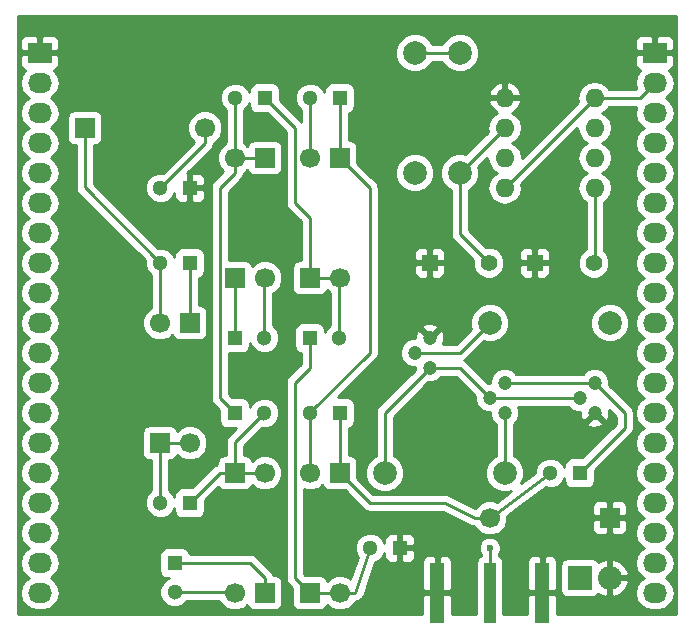
<source format=gbr>
G04 #@! TF.FileFunction,Copper,L1,Top,Signal*
%FSLAX46Y46*%
G04 Gerber Fmt 4.6, Leading zero omitted, Abs format (unit mm)*
G04 Created by KiCad (PCBNEW 4.0.3+e1-6302~38~ubuntu16.04.1-stable) date Thu Aug 25 17:13:56 2016*
%MOMM*%
%LPD*%
G01*
G04 APERTURE LIST*
%ADD10C,0.100000*%
%ADD11R,1.400000X1.400000*%
%ADD12C,1.400000*%
%ADD13C,1.699260*%
%ADD14R,1.699260X1.699260*%
%ADD15C,1.998980*%
%ADD16O,1.600000X1.600000*%
%ADD17R,1.300000X1.300000*%
%ADD18C,1.300000*%
%ADD19C,1.200000*%
%ADD20R,2.032000X2.032000*%
%ADD21O,2.032000X2.032000*%
%ADD22R,1.270000X5.080000*%
%ADD23R,1.016000X5.080000*%
%ADD24R,2.032000X1.727200*%
%ADD25O,2.032000X1.727200*%
%ADD26C,0.600000*%
%ADD27C,0.250000*%
%ADD28C,0.254000*%
G04 APERTURE END LIST*
D10*
D11*
X115570000Y-53340000D03*
D12*
X120570000Y-53340000D03*
D11*
X106680000Y-53340000D03*
D12*
X111680000Y-53340000D03*
D13*
X111759480Y-74932540D03*
D14*
X121919480Y-74932540D03*
D13*
X99062540Y-81280520D03*
D14*
X99062540Y-71120520D03*
D13*
X96517460Y-71119480D03*
D14*
X96517460Y-81279480D03*
D13*
X99062540Y-54610520D03*
D14*
X99062540Y-44450520D03*
D13*
X96517460Y-44449480D03*
D14*
X96517460Y-54609480D03*
D13*
X90167460Y-44449480D03*
D14*
X90167460Y-54609480D03*
D13*
X92712540Y-54610520D03*
D14*
X92712540Y-44450520D03*
D13*
X92707460Y-71119480D03*
D14*
X92707460Y-81279480D03*
D13*
X90172540Y-81280520D03*
D14*
X90172540Y-71120520D03*
D13*
X86362540Y-68580520D03*
D14*
X86362540Y-58420520D03*
D13*
X83817460Y-58419480D03*
D14*
X83817460Y-68579480D03*
D13*
X87630520Y-41907460D03*
D14*
X77470520Y-41907460D03*
D15*
X105410000Y-35560000D03*
X105410000Y-45720000D03*
X109220000Y-35560000D03*
X109220000Y-45720000D03*
X111760000Y-58420000D03*
X121920000Y-58420000D03*
X113030000Y-71120000D03*
X102870000Y-71120000D03*
D16*
X113030000Y-39370000D03*
X113030000Y-41910000D03*
X113030000Y-44450000D03*
X113030000Y-46990000D03*
X120650000Y-46990000D03*
X120650000Y-44450000D03*
X120650000Y-41910000D03*
X120650000Y-39370000D03*
D17*
X86360000Y-46990000D03*
D18*
X83860000Y-46990000D03*
D17*
X86360000Y-53340000D03*
D18*
X83860000Y-53340000D03*
D17*
X86360000Y-73660000D03*
D18*
X83860000Y-73660000D03*
D17*
X85090000Y-78740000D03*
D18*
X85090000Y-81240000D03*
D17*
X90170000Y-66040000D03*
D18*
X92670000Y-66040000D03*
D17*
X90170000Y-59690000D03*
D18*
X92670000Y-59690000D03*
D17*
X92710000Y-39370000D03*
D18*
X90210000Y-39370000D03*
D17*
X99060000Y-39370000D03*
D18*
X96560000Y-39370000D03*
D17*
X96520000Y-59690000D03*
D18*
X99020000Y-59690000D03*
D17*
X99060000Y-66040000D03*
D18*
X96560000Y-66040000D03*
D17*
X104140000Y-77470000D03*
D18*
X101640000Y-77470000D03*
D17*
X119380000Y-71120000D03*
D18*
X116880000Y-71120000D03*
D19*
X106680000Y-59690000D03*
X105410000Y-60960000D03*
X106680000Y-62230000D03*
X120650000Y-63500000D03*
X119380000Y-64770000D03*
X120650000Y-66040000D03*
X113030000Y-63500000D03*
X111760000Y-64770000D03*
X113030000Y-66040000D03*
D20*
X119380000Y-80010000D03*
D21*
X121920000Y-80010000D03*
D22*
X107315000Y-81280000D03*
X116205000Y-81280000D03*
D23*
X111760000Y-81280000D03*
D24*
X125730000Y-35560000D03*
D25*
X125730000Y-38100000D03*
X125730000Y-40640000D03*
X125730000Y-43180000D03*
X125730000Y-45720000D03*
X125730000Y-48260000D03*
X125730000Y-50800000D03*
X125730000Y-53340000D03*
X125730000Y-55880000D03*
X125730000Y-58420000D03*
X125730000Y-60960000D03*
X125730000Y-63500000D03*
X125730000Y-66040000D03*
X125730000Y-68580000D03*
X125730000Y-71120000D03*
X125730000Y-73660000D03*
X125730000Y-76200000D03*
X125730000Y-78740000D03*
X125730000Y-81280000D03*
D24*
X73660000Y-35560000D03*
D25*
X73660000Y-38100000D03*
X73660000Y-40640000D03*
X73660000Y-43180000D03*
X73660000Y-45720000D03*
X73660000Y-48260000D03*
X73660000Y-50800000D03*
X73660000Y-53340000D03*
X73660000Y-55880000D03*
X73660000Y-58420000D03*
X73660000Y-60960000D03*
X73660000Y-63500000D03*
X73660000Y-66040000D03*
X73660000Y-68580000D03*
X73660000Y-71120000D03*
X73660000Y-73660000D03*
X73660000Y-76200000D03*
X73660000Y-78740000D03*
X73660000Y-81280000D03*
D26*
X111760000Y-77470000D03*
D27*
X120650000Y-46990000D02*
X120650000Y-53260000D01*
X120650000Y-53260000D02*
X120570000Y-53340000D01*
X109220000Y-45720000D02*
X109220000Y-50880000D01*
X109220000Y-50880000D02*
X111680000Y-53340000D01*
X109220000Y-45720000D02*
X113030000Y-41910000D01*
X99062540Y-71120520D02*
X99062540Y-66042540D01*
X99062540Y-66042540D02*
X99060000Y-66040000D01*
X111759480Y-74932540D02*
X110490000Y-74930000D01*
X101602020Y-73660000D02*
X99062540Y-71120520D01*
X107950000Y-73660000D02*
X101602020Y-73660000D01*
X110490000Y-74930000D02*
X107950000Y-73660000D01*
X111759480Y-74932540D02*
X111797460Y-74932540D01*
X111797460Y-74932540D02*
X116880000Y-71120000D01*
X120650000Y-63500000D02*
X123190000Y-66040000D01*
X123190000Y-67310000D02*
X119380000Y-71120000D01*
X123190000Y-66040000D02*
X123190000Y-67310000D01*
X113030000Y-63500000D02*
X120650000Y-63500000D01*
X96520000Y-59690000D02*
X96520000Y-62230000D01*
X95250000Y-80012020D02*
X96517460Y-81279480D01*
X95250000Y-63500000D02*
X95250000Y-80012020D01*
X96520000Y-62230000D02*
X95250000Y-63500000D01*
X96517460Y-81279480D02*
X99061500Y-81279480D01*
X99061500Y-81279480D02*
X99062540Y-81280520D01*
X99062540Y-81280520D02*
X100369480Y-81280520D01*
X100369480Y-81280520D02*
X101640000Y-77470000D01*
X99062540Y-44450520D02*
X99062540Y-39372540D01*
X99062540Y-39372540D02*
X99060000Y-39370000D01*
X96560000Y-66040000D02*
X96560000Y-66000000D01*
X96560000Y-66000000D02*
X101600000Y-60960000D01*
X101600000Y-46990000D02*
X99062540Y-44452540D01*
X101600000Y-60960000D02*
X101600000Y-46990000D01*
X99062540Y-44452540D02*
X99062540Y-44450520D01*
X96517460Y-71119480D02*
X96517460Y-66082540D01*
X96517460Y-66082540D02*
X96560000Y-66040000D01*
X96517460Y-54609480D02*
X96517460Y-49527460D01*
X95250000Y-41910000D02*
X92710000Y-39370000D01*
X95250000Y-48260000D02*
X95250000Y-41910000D01*
X96517460Y-49527460D02*
X95250000Y-48260000D01*
X99062540Y-54610520D02*
X96518500Y-54610520D01*
X96518500Y-54610520D02*
X96517460Y-54609480D01*
X99020000Y-59690000D02*
X99020000Y-54653060D01*
X99020000Y-54653060D02*
X99062540Y-54610520D01*
X90170000Y-59690000D02*
X90170000Y-54612020D01*
X90170000Y-54612020D02*
X90167460Y-54609480D01*
X96560000Y-39370000D02*
X96560000Y-44406940D01*
X96560000Y-44406940D02*
X96517460Y-44449480D01*
X90167460Y-44449480D02*
X90167460Y-45722540D01*
X88900000Y-64770000D02*
X90170000Y-66040000D01*
X88900000Y-46990000D02*
X88900000Y-64770000D01*
X90167460Y-45722540D02*
X88900000Y-46990000D01*
X90167460Y-44449480D02*
X92711500Y-44449480D01*
X92711500Y-44449480D02*
X92712540Y-44450520D01*
X90210000Y-39370000D02*
X90210000Y-44406940D01*
X90210000Y-44406940D02*
X90167460Y-44449480D01*
X85090000Y-78740000D02*
X91440000Y-78740000D01*
X92707460Y-80007460D02*
X92707460Y-81279480D01*
X91440000Y-78740000D02*
X92707460Y-80007460D01*
X92670000Y-59690000D02*
X92670000Y-54653060D01*
X92670000Y-54653060D02*
X92712540Y-54610520D01*
X90172540Y-71120520D02*
X88899480Y-71120520D01*
X88899480Y-71120520D02*
X86360000Y-73660000D01*
X90172540Y-71120520D02*
X92706420Y-71120520D01*
X92706420Y-71120520D02*
X92707460Y-71119480D01*
X90172540Y-71120520D02*
X90172540Y-68537460D01*
X90172540Y-68537460D02*
X92670000Y-66040000D01*
X86362540Y-58420520D02*
X86362540Y-53342540D01*
X86362540Y-53342540D02*
X86360000Y-53340000D01*
X85090000Y-81240000D02*
X90132020Y-81240000D01*
X90132020Y-81240000D02*
X90172540Y-81280520D01*
X83817460Y-68579480D02*
X86361500Y-68579480D01*
X86361500Y-68579480D02*
X86362540Y-68580520D01*
X83860000Y-73660000D02*
X83860000Y-68622020D01*
X83860000Y-68622020D02*
X83817460Y-68579480D01*
X77470520Y-41907460D02*
X77470520Y-46950520D01*
X77470520Y-46950520D02*
X83860000Y-53340000D01*
X83817460Y-58419480D02*
X83817460Y-53382540D01*
X83817460Y-53382540D02*
X83860000Y-53340000D01*
X111760000Y-77470000D02*
X111760000Y-81280000D01*
X87630520Y-41907460D02*
X87630520Y-43219480D01*
X87630520Y-43219480D02*
X83860000Y-46990000D01*
X120650000Y-39370000D02*
X124460000Y-39370000D01*
X124460000Y-39370000D02*
X125730000Y-38100000D01*
X113030000Y-46990000D02*
X120650000Y-39370000D01*
X113030000Y-71120000D02*
X113030000Y-66040000D01*
X105410000Y-60960000D02*
X109220000Y-60960000D01*
X109220000Y-60960000D02*
X111760000Y-58420000D01*
X105410000Y-35560000D02*
X109220000Y-35560000D01*
X111760000Y-64770000D02*
X119380000Y-64770000D01*
X106680000Y-62230000D02*
X109220000Y-62230000D01*
X109220000Y-62230000D02*
X111760000Y-64770000D01*
X102870000Y-71120000D02*
X102870000Y-66040000D01*
X102870000Y-66040000D02*
X106680000Y-62230000D01*
D28*
G36*
X127560000Y-83110000D02*
X117475000Y-83110000D01*
X117475000Y-81565750D01*
X117316250Y-81407000D01*
X116332000Y-81407000D01*
X116332000Y-81427000D01*
X116078000Y-81427000D01*
X116078000Y-81407000D01*
X115093750Y-81407000D01*
X114935000Y-81565750D01*
X114935000Y-83110000D01*
X112915440Y-83110000D01*
X112915440Y-78740000D01*
X112891674Y-78613690D01*
X114935000Y-78613690D01*
X114935000Y-80994250D01*
X115093750Y-81153000D01*
X116078000Y-81153000D01*
X116078000Y-78263750D01*
X116332000Y-78263750D01*
X116332000Y-81153000D01*
X117316250Y-81153000D01*
X117475000Y-80994250D01*
X117475000Y-78994000D01*
X117716560Y-78994000D01*
X117716560Y-81026000D01*
X117760838Y-81261317D01*
X117899910Y-81477441D01*
X118112110Y-81622431D01*
X118364000Y-81673440D01*
X120396000Y-81673440D01*
X120631317Y-81629162D01*
X120847441Y-81490090D01*
X120947856Y-81343128D01*
X120951621Y-81347188D01*
X121537054Y-81615983D01*
X121793000Y-81497367D01*
X121793000Y-80137000D01*
X122047000Y-80137000D01*
X122047000Y-81497367D01*
X122302946Y-81615983D01*
X122888379Y-81347188D01*
X123326385Y-80874818D01*
X123525975Y-80392944D01*
X123406836Y-80137000D01*
X122047000Y-80137000D01*
X121793000Y-80137000D01*
X121773000Y-80137000D01*
X121773000Y-79883000D01*
X121793000Y-79883000D01*
X121793000Y-78522633D01*
X122047000Y-78522633D01*
X122047000Y-79883000D01*
X123406836Y-79883000D01*
X123525975Y-79627056D01*
X123326385Y-79145182D01*
X122888379Y-78672812D01*
X122302946Y-78404017D01*
X122047000Y-78522633D01*
X121793000Y-78522633D01*
X121537054Y-78404017D01*
X120951621Y-78672812D01*
X120947066Y-78677724D01*
X120860090Y-78542559D01*
X120647890Y-78397569D01*
X120396000Y-78346560D01*
X118364000Y-78346560D01*
X118128683Y-78390838D01*
X117912559Y-78529910D01*
X117767569Y-78742110D01*
X117716560Y-78994000D01*
X117475000Y-78994000D01*
X117475000Y-78613690D01*
X117378327Y-78380301D01*
X117199698Y-78201673D01*
X116966309Y-78105000D01*
X116490750Y-78105000D01*
X116332000Y-78263750D01*
X116078000Y-78263750D01*
X115919250Y-78105000D01*
X115443691Y-78105000D01*
X115210302Y-78201673D01*
X115031673Y-78380301D01*
X114935000Y-78613690D01*
X112891674Y-78613690D01*
X112871162Y-78504683D01*
X112732090Y-78288559D01*
X112520000Y-78143644D01*
X112520000Y-78032463D01*
X112552192Y-78000327D01*
X112694838Y-77656799D01*
X112695162Y-77284833D01*
X112553117Y-76941057D01*
X112290327Y-76677808D01*
X111946799Y-76535162D01*
X111574833Y-76534838D01*
X111231057Y-76676883D01*
X110967808Y-76939673D01*
X110825162Y-77283201D01*
X110824838Y-77655167D01*
X110966883Y-77998943D01*
X111000000Y-78032118D01*
X111000000Y-78147573D01*
X110800559Y-78275910D01*
X110655569Y-78488110D01*
X110604560Y-78740000D01*
X110604560Y-83110000D01*
X108585000Y-83110000D01*
X108585000Y-81565750D01*
X108426250Y-81407000D01*
X107442000Y-81407000D01*
X107442000Y-81427000D01*
X107188000Y-81427000D01*
X107188000Y-81407000D01*
X106203750Y-81407000D01*
X106045000Y-81565750D01*
X106045000Y-83110000D01*
X71830000Y-83110000D01*
X71830000Y-38100000D01*
X71976655Y-38100000D01*
X72090729Y-38673489D01*
X72415585Y-39159670D01*
X72730366Y-39370000D01*
X72415585Y-39580330D01*
X72090729Y-40066511D01*
X71976655Y-40640000D01*
X72090729Y-41213489D01*
X72415585Y-41699670D01*
X72730366Y-41910000D01*
X72415585Y-42120330D01*
X72090729Y-42606511D01*
X71976655Y-43180000D01*
X72090729Y-43753489D01*
X72415585Y-44239670D01*
X72730366Y-44450000D01*
X72415585Y-44660330D01*
X72090729Y-45146511D01*
X71976655Y-45720000D01*
X72090729Y-46293489D01*
X72415585Y-46779670D01*
X72730366Y-46990000D01*
X72415585Y-47200330D01*
X72090729Y-47686511D01*
X71976655Y-48260000D01*
X72090729Y-48833489D01*
X72415585Y-49319670D01*
X72730366Y-49530000D01*
X72415585Y-49740330D01*
X72090729Y-50226511D01*
X71976655Y-50800000D01*
X72090729Y-51373489D01*
X72415585Y-51859670D01*
X72730366Y-52070000D01*
X72415585Y-52280330D01*
X72090729Y-52766511D01*
X71976655Y-53340000D01*
X72090729Y-53913489D01*
X72415585Y-54399670D01*
X72730366Y-54610000D01*
X72415585Y-54820330D01*
X72090729Y-55306511D01*
X71976655Y-55880000D01*
X72090729Y-56453489D01*
X72415585Y-56939670D01*
X72730366Y-57150000D01*
X72415585Y-57360330D01*
X72090729Y-57846511D01*
X71976655Y-58420000D01*
X72090729Y-58993489D01*
X72415585Y-59479670D01*
X72730366Y-59690000D01*
X72415585Y-59900330D01*
X72090729Y-60386511D01*
X71976655Y-60960000D01*
X72090729Y-61533489D01*
X72415585Y-62019670D01*
X72730366Y-62230000D01*
X72415585Y-62440330D01*
X72090729Y-62926511D01*
X71976655Y-63500000D01*
X72090729Y-64073489D01*
X72415585Y-64559670D01*
X72730366Y-64770000D01*
X72415585Y-64980330D01*
X72090729Y-65466511D01*
X71976655Y-66040000D01*
X72090729Y-66613489D01*
X72415585Y-67099670D01*
X72730366Y-67310000D01*
X72415585Y-67520330D01*
X72090729Y-68006511D01*
X71976655Y-68580000D01*
X72090729Y-69153489D01*
X72415585Y-69639670D01*
X72730366Y-69850000D01*
X72415585Y-70060330D01*
X72090729Y-70546511D01*
X71976655Y-71120000D01*
X72090729Y-71693489D01*
X72415585Y-72179670D01*
X72730366Y-72390000D01*
X72415585Y-72600330D01*
X72090729Y-73086511D01*
X71976655Y-73660000D01*
X72090729Y-74233489D01*
X72415585Y-74719670D01*
X72730366Y-74930000D01*
X72415585Y-75140330D01*
X72090729Y-75626511D01*
X71976655Y-76200000D01*
X72090729Y-76773489D01*
X72415585Y-77259670D01*
X72730366Y-77470000D01*
X72415585Y-77680330D01*
X72090729Y-78166511D01*
X71976655Y-78740000D01*
X72090729Y-79313489D01*
X72415585Y-79799670D01*
X72730366Y-80010000D01*
X72415585Y-80220330D01*
X72090729Y-80706511D01*
X71976655Y-81280000D01*
X72090729Y-81853489D01*
X72415585Y-82339670D01*
X72901766Y-82664526D01*
X73475255Y-82778600D01*
X73844745Y-82778600D01*
X74418234Y-82664526D01*
X74904415Y-82339670D01*
X75229271Y-81853489D01*
X75343345Y-81280000D01*
X75229271Y-80706511D01*
X74904415Y-80220330D01*
X74589634Y-80010000D01*
X74904415Y-79799670D01*
X75229271Y-79313489D01*
X75343345Y-78740000D01*
X75229271Y-78166511D01*
X75178148Y-78090000D01*
X83792560Y-78090000D01*
X83792560Y-79390000D01*
X83836838Y-79625317D01*
X83975910Y-79841441D01*
X84188110Y-79986431D01*
X84440000Y-80037440D01*
X84635460Y-80037440D01*
X84363057Y-80149995D01*
X84001265Y-80511155D01*
X83805223Y-80983276D01*
X83804777Y-81494481D01*
X83999995Y-81966943D01*
X84361155Y-82328735D01*
X84833276Y-82524777D01*
X85344481Y-82525223D01*
X85816943Y-82330005D01*
X86147525Y-82000000D01*
X88863451Y-82000000D01*
X88913198Y-82120397D01*
X89330466Y-82538394D01*
X89875933Y-82764892D01*
X90466556Y-82765408D01*
X91012417Y-82539862D01*
X91244151Y-82308532D01*
X91254668Y-82364427D01*
X91393740Y-82580551D01*
X91605940Y-82725541D01*
X91857830Y-82776550D01*
X93557090Y-82776550D01*
X93792407Y-82732272D01*
X94008531Y-82593200D01*
X94153521Y-82381000D01*
X94204530Y-82129110D01*
X94204530Y-80429850D01*
X94160252Y-80194533D01*
X94021180Y-79978409D01*
X93808980Y-79833419D01*
X93557090Y-79782410D01*
X93422694Y-79782410D01*
X93409608Y-79716621D01*
X93244861Y-79470059D01*
X91977401Y-78202599D01*
X91730839Y-78037852D01*
X91440000Y-77980000D01*
X86366742Y-77980000D01*
X86343162Y-77854683D01*
X86204090Y-77638559D01*
X85991890Y-77493569D01*
X85740000Y-77442560D01*
X84440000Y-77442560D01*
X84204683Y-77486838D01*
X83988559Y-77625910D01*
X83843569Y-77838110D01*
X83792560Y-78090000D01*
X75178148Y-78090000D01*
X74904415Y-77680330D01*
X74589634Y-77470000D01*
X74904415Y-77259670D01*
X75229271Y-76773489D01*
X75343345Y-76200000D01*
X75229271Y-75626511D01*
X74904415Y-75140330D01*
X74589634Y-74930000D01*
X74904415Y-74719670D01*
X75229271Y-74233489D01*
X75343345Y-73660000D01*
X75229271Y-73086511D01*
X74904415Y-72600330D01*
X74589634Y-72390000D01*
X74904415Y-72179670D01*
X75229271Y-71693489D01*
X75343345Y-71120000D01*
X75229271Y-70546511D01*
X74904415Y-70060330D01*
X74589634Y-69850000D01*
X74904415Y-69639670D01*
X75229271Y-69153489D01*
X75343345Y-68580000D01*
X75229271Y-68006511D01*
X75044412Y-67729850D01*
X82320390Y-67729850D01*
X82320390Y-69429110D01*
X82364668Y-69664427D01*
X82503740Y-69880551D01*
X82715940Y-70025541D01*
X82967830Y-70076550D01*
X83100000Y-70076550D01*
X83100000Y-72602994D01*
X82771265Y-72931155D01*
X82575223Y-73403276D01*
X82574777Y-73914481D01*
X82769995Y-74386943D01*
X83131155Y-74748735D01*
X83603276Y-74944777D01*
X84114481Y-74945223D01*
X84586943Y-74750005D01*
X84948735Y-74388845D01*
X85062560Y-74114724D01*
X85062560Y-74310000D01*
X85106838Y-74545317D01*
X85245910Y-74761441D01*
X85458110Y-74906431D01*
X85710000Y-74957440D01*
X87010000Y-74957440D01*
X87245317Y-74913162D01*
X87461441Y-74774090D01*
X87606431Y-74561890D01*
X87657440Y-74310000D01*
X87657440Y-73437362D01*
X88786147Y-72308655D01*
X88858820Y-72421591D01*
X89071020Y-72566581D01*
X89322910Y-72617590D01*
X91022170Y-72617590D01*
X91257487Y-72573312D01*
X91473611Y-72434240D01*
X91618601Y-72222040D01*
X91634073Y-72145637D01*
X91865386Y-72377354D01*
X92410853Y-72603852D01*
X93001476Y-72604368D01*
X93547337Y-72378822D01*
X93965334Y-71961554D01*
X94191832Y-71416087D01*
X94192348Y-70825464D01*
X93966802Y-70279603D01*
X93549534Y-69861606D01*
X93004067Y-69635108D01*
X92413444Y-69634592D01*
X91867583Y-69860138D01*
X91635849Y-70091468D01*
X91625332Y-70035573D01*
X91486260Y-69819449D01*
X91274060Y-69674459D01*
X91022170Y-69623450D01*
X90932540Y-69623450D01*
X90932540Y-68852262D01*
X92459984Y-67324818D01*
X92924481Y-67325223D01*
X93396943Y-67130005D01*
X93758735Y-66768845D01*
X93954777Y-66296724D01*
X93955223Y-65785519D01*
X93760005Y-65313057D01*
X93398845Y-64951265D01*
X92926724Y-64755223D01*
X92415519Y-64754777D01*
X91943057Y-64949995D01*
X91581265Y-65311155D01*
X91467440Y-65585276D01*
X91467440Y-65390000D01*
X91423162Y-65154683D01*
X91284090Y-64938559D01*
X91071890Y-64793569D01*
X90820000Y-64742560D01*
X89947362Y-64742560D01*
X89660000Y-64455198D01*
X89660000Y-60987440D01*
X90820000Y-60987440D01*
X91055317Y-60943162D01*
X91271441Y-60804090D01*
X91416431Y-60591890D01*
X91467440Y-60340000D01*
X91467440Y-60144540D01*
X91579995Y-60416943D01*
X91941155Y-60778735D01*
X92413276Y-60974777D01*
X92924481Y-60975223D01*
X93396943Y-60780005D01*
X93758735Y-60418845D01*
X93954777Y-59946724D01*
X93955223Y-59435519D01*
X93760005Y-58963057D01*
X93430000Y-58632475D01*
X93430000Y-55920444D01*
X93552417Y-55869862D01*
X93970414Y-55452594D01*
X94196912Y-54907127D01*
X94197428Y-54316504D01*
X93971882Y-53770643D01*
X93554614Y-53352646D01*
X93009147Y-53126148D01*
X92418524Y-53125632D01*
X91872663Y-53351178D01*
X91632705Y-53590717D01*
X91620252Y-53524533D01*
X91481180Y-53308409D01*
X91268980Y-53163419D01*
X91017090Y-53112410D01*
X89660000Y-53112410D01*
X89660000Y-47304802D01*
X90704861Y-46259941D01*
X90869608Y-46013379D01*
X90923280Y-45743554D01*
X91007337Y-45708822D01*
X91247295Y-45469283D01*
X91259748Y-45535467D01*
X91398820Y-45751591D01*
X91611020Y-45896581D01*
X91862910Y-45947590D01*
X93562170Y-45947590D01*
X93797487Y-45903312D01*
X94013611Y-45764240D01*
X94158601Y-45552040D01*
X94209610Y-45300150D01*
X94209610Y-43600890D01*
X94165332Y-43365573D01*
X94026260Y-43149449D01*
X93814060Y-43004459D01*
X93562170Y-42953450D01*
X91862910Y-42953450D01*
X91627593Y-42997728D01*
X91411469Y-43136800D01*
X91266479Y-43349000D01*
X91249644Y-43432135D01*
X91009534Y-43191606D01*
X90970000Y-43175190D01*
X90970000Y-40427006D01*
X91298735Y-40098845D01*
X91412560Y-39824724D01*
X91412560Y-40020000D01*
X91456838Y-40255317D01*
X91595910Y-40471441D01*
X91808110Y-40616431D01*
X92060000Y-40667440D01*
X92932638Y-40667440D01*
X94490000Y-42224802D01*
X94490000Y-48260000D01*
X94547852Y-48550839D01*
X94712599Y-48797401D01*
X95757460Y-49842262D01*
X95757460Y-53112410D01*
X95667830Y-53112410D01*
X95432513Y-53156688D01*
X95216389Y-53295760D01*
X95071399Y-53507960D01*
X95020390Y-53759850D01*
X95020390Y-55459110D01*
X95064668Y-55694427D01*
X95203740Y-55910551D01*
X95415940Y-56055541D01*
X95667830Y-56106550D01*
X97367090Y-56106550D01*
X97602407Y-56062272D01*
X97818531Y-55923200D01*
X97963521Y-55711000D01*
X97980356Y-55627865D01*
X98220466Y-55868394D01*
X98260000Y-55884810D01*
X98260000Y-58632994D01*
X97931265Y-58961155D01*
X97817440Y-59235276D01*
X97817440Y-59040000D01*
X97773162Y-58804683D01*
X97634090Y-58588559D01*
X97421890Y-58443569D01*
X97170000Y-58392560D01*
X95870000Y-58392560D01*
X95634683Y-58436838D01*
X95418559Y-58575910D01*
X95273569Y-58788110D01*
X95222560Y-59040000D01*
X95222560Y-60340000D01*
X95266838Y-60575317D01*
X95405910Y-60791441D01*
X95618110Y-60936431D01*
X95760000Y-60965164D01*
X95760000Y-61915198D01*
X94712599Y-62962599D01*
X94547852Y-63209161D01*
X94490000Y-63500000D01*
X94490000Y-80012020D01*
X94547852Y-80302859D01*
X94712599Y-80549421D01*
X95020390Y-80857212D01*
X95020390Y-82129110D01*
X95064668Y-82364427D01*
X95203740Y-82580551D01*
X95415940Y-82725541D01*
X95667830Y-82776550D01*
X97367090Y-82776550D01*
X97602407Y-82732272D01*
X97818531Y-82593200D01*
X97963521Y-82381000D01*
X97980356Y-82297865D01*
X98220466Y-82538394D01*
X98765933Y-82764892D01*
X99356556Y-82765408D01*
X99902417Y-82539862D01*
X100320414Y-82122594D01*
X100354494Y-82040520D01*
X100369480Y-82040520D01*
X100396233Y-82035199D01*
X100423293Y-82038612D01*
X100540812Y-82006440D01*
X100660319Y-81982668D01*
X100682998Y-81967514D01*
X100709307Y-81960312D01*
X100805571Y-81885614D01*
X100906881Y-81817921D01*
X100922035Y-81795241D01*
X100943584Y-81778520D01*
X101003937Y-81672666D01*
X101071628Y-81571359D01*
X101076949Y-81544609D01*
X101090460Y-81520912D01*
X102031483Y-78698615D01*
X102366943Y-78560005D01*
X102728735Y-78198845D01*
X102855000Y-77894765D01*
X102855000Y-78246310D01*
X102951673Y-78479699D01*
X103130302Y-78658327D01*
X103363691Y-78755000D01*
X103854250Y-78755000D01*
X104013000Y-78596250D01*
X104013000Y-77597000D01*
X104267000Y-77597000D01*
X104267000Y-78596250D01*
X104425750Y-78755000D01*
X104916309Y-78755000D01*
X105149698Y-78658327D01*
X105194335Y-78613690D01*
X106045000Y-78613690D01*
X106045000Y-80994250D01*
X106203750Y-81153000D01*
X107188000Y-81153000D01*
X107188000Y-78263750D01*
X107442000Y-78263750D01*
X107442000Y-81153000D01*
X108426250Y-81153000D01*
X108585000Y-80994250D01*
X108585000Y-78613690D01*
X108488327Y-78380301D01*
X108309698Y-78201673D01*
X108076309Y-78105000D01*
X107600750Y-78105000D01*
X107442000Y-78263750D01*
X107188000Y-78263750D01*
X107029250Y-78105000D01*
X106553691Y-78105000D01*
X106320302Y-78201673D01*
X106141673Y-78380301D01*
X106045000Y-78613690D01*
X105194335Y-78613690D01*
X105328327Y-78479699D01*
X105425000Y-78246310D01*
X105425000Y-77755750D01*
X105266250Y-77597000D01*
X104267000Y-77597000D01*
X104013000Y-77597000D01*
X103993000Y-77597000D01*
X103993000Y-77343000D01*
X104013000Y-77343000D01*
X104013000Y-76343750D01*
X104267000Y-76343750D01*
X104267000Y-77343000D01*
X105266250Y-77343000D01*
X105425000Y-77184250D01*
X105425000Y-76693690D01*
X105328327Y-76460301D01*
X105149698Y-76281673D01*
X104916309Y-76185000D01*
X104425750Y-76185000D01*
X104267000Y-76343750D01*
X104013000Y-76343750D01*
X103854250Y-76185000D01*
X103363691Y-76185000D01*
X103130302Y-76281673D01*
X102951673Y-76460301D01*
X102855000Y-76693690D01*
X102855000Y-77045567D01*
X102730005Y-76743057D01*
X102368845Y-76381265D01*
X101896724Y-76185223D01*
X101385519Y-76184777D01*
X100913057Y-76379995D01*
X100551265Y-76741155D01*
X100355223Y-77213276D01*
X100354777Y-77724481D01*
X100549995Y-78196943D01*
X100584846Y-78231855D01*
X99966937Y-80085078D01*
X99904614Y-80022646D01*
X99359147Y-79796148D01*
X98768524Y-79795632D01*
X98222663Y-80021178D01*
X97982705Y-80260717D01*
X97970252Y-80194533D01*
X97831180Y-79978409D01*
X97618980Y-79833419D01*
X97367090Y-79782410D01*
X96095192Y-79782410D01*
X96010000Y-79697218D01*
X96010000Y-72516298D01*
X96220853Y-72603852D01*
X96811476Y-72604368D01*
X97357337Y-72378822D01*
X97597295Y-72139283D01*
X97609748Y-72205467D01*
X97748820Y-72421591D01*
X97961020Y-72566581D01*
X98212910Y-72617590D01*
X99484808Y-72617590D01*
X101064619Y-74197401D01*
X101311181Y-74362148D01*
X101602020Y-74420000D01*
X107770588Y-74420000D01*
X110150117Y-75609765D01*
X110175719Y-75616776D01*
X110197757Y-75631565D01*
X110317915Y-75655716D01*
X110436124Y-75688087D01*
X110462456Y-75684768D01*
X110464055Y-75685089D01*
X110500138Y-75772417D01*
X110917406Y-76190414D01*
X111462873Y-76416912D01*
X112053496Y-76417428D01*
X112599357Y-76191882D01*
X113017354Y-75774614D01*
X113243852Y-75229147D01*
X113243861Y-75218290D01*
X120434850Y-75218290D01*
X120434850Y-75908480D01*
X120531523Y-76141869D01*
X120710152Y-76320497D01*
X120943541Y-76417170D01*
X121633730Y-76417170D01*
X121792480Y-76258420D01*
X121792480Y-75059540D01*
X122046480Y-75059540D01*
X122046480Y-76258420D01*
X122205230Y-76417170D01*
X122895419Y-76417170D01*
X123128808Y-76320497D01*
X123307437Y-76141869D01*
X123404110Y-75908480D01*
X123404110Y-75218290D01*
X123245360Y-75059540D01*
X122046480Y-75059540D01*
X121792480Y-75059540D01*
X120593600Y-75059540D01*
X120434850Y-75218290D01*
X113243861Y-75218290D01*
X113244229Y-74797340D01*
X114365029Y-73956600D01*
X120434850Y-73956600D01*
X120434850Y-74646790D01*
X120593600Y-74805540D01*
X121792480Y-74805540D01*
X121792480Y-73606660D01*
X122046480Y-73606660D01*
X122046480Y-74805540D01*
X123245360Y-74805540D01*
X123404110Y-74646790D01*
X123404110Y-73956600D01*
X123307437Y-73723211D01*
X123128808Y-73544583D01*
X122895419Y-73447910D01*
X122205230Y-73447910D01*
X122046480Y-73606660D01*
X121792480Y-73606660D01*
X121633730Y-73447910D01*
X120943541Y-73447910D01*
X120710152Y-73544583D01*
X120531523Y-73723211D01*
X120434850Y-73956600D01*
X114365029Y-73956600D01*
X116501302Y-72354129D01*
X116623276Y-72404777D01*
X117134481Y-72405223D01*
X117606943Y-72210005D01*
X117968735Y-71848845D01*
X118082560Y-71574724D01*
X118082560Y-71770000D01*
X118126838Y-72005317D01*
X118265910Y-72221441D01*
X118478110Y-72366431D01*
X118730000Y-72417440D01*
X120030000Y-72417440D01*
X120265317Y-72373162D01*
X120481441Y-72234090D01*
X120626431Y-72021890D01*
X120677440Y-71770000D01*
X120677440Y-70897362D01*
X123727401Y-67847401D01*
X123892148Y-67600839D01*
X123950000Y-67310000D01*
X123950000Y-66040000D01*
X123892148Y-65749161D01*
X123892148Y-65749160D01*
X123727401Y-65502599D01*
X121884861Y-63660059D01*
X121885214Y-63255421D01*
X121697592Y-62801343D01*
X121350485Y-62453629D01*
X120896734Y-62265215D01*
X120405421Y-62264786D01*
X119951343Y-62452408D01*
X119663248Y-62740000D01*
X114016356Y-62740000D01*
X113730485Y-62453629D01*
X113276734Y-62265215D01*
X112785421Y-62264786D01*
X112331343Y-62452408D01*
X111983629Y-62799515D01*
X111795215Y-63253266D01*
X111794969Y-63535030D01*
X111599662Y-63534860D01*
X109757401Y-61692599D01*
X109611333Y-61595000D01*
X109757401Y-61497401D01*
X111268917Y-59985885D01*
X111433453Y-60054206D01*
X112083694Y-60054774D01*
X112684655Y-59806462D01*
X113144846Y-59347073D01*
X113394206Y-58746547D01*
X113394208Y-58743694D01*
X120285226Y-58743694D01*
X120533538Y-59344655D01*
X120992927Y-59804846D01*
X121593453Y-60054206D01*
X122243694Y-60054774D01*
X122844655Y-59806462D01*
X123304846Y-59347073D01*
X123554206Y-58746547D01*
X123554774Y-58096306D01*
X123306462Y-57495345D01*
X122847073Y-57035154D01*
X122246547Y-56785794D01*
X121596306Y-56785226D01*
X120995345Y-57033538D01*
X120535154Y-57492927D01*
X120285794Y-58093453D01*
X120285226Y-58743694D01*
X113394208Y-58743694D01*
X113394774Y-58096306D01*
X113146462Y-57495345D01*
X112687073Y-57035154D01*
X112086547Y-56785794D01*
X111436306Y-56785226D01*
X110835345Y-57033538D01*
X110375154Y-57492927D01*
X110125794Y-58093453D01*
X110125226Y-58743694D01*
X110194309Y-58910889D01*
X108905198Y-60200000D01*
X107810636Y-60200000D01*
X107927807Y-59858964D01*
X107897482Y-59368587D01*
X107768164Y-59056383D01*
X107542735Y-59006870D01*
X106859605Y-59690000D01*
X106873748Y-59704143D01*
X106694143Y-59883748D01*
X106680000Y-59869605D01*
X106665858Y-59883748D01*
X106486253Y-59704143D01*
X106500395Y-59690000D01*
X105817265Y-59006870D01*
X105591836Y-59056383D01*
X105432193Y-59521036D01*
X105444808Y-59725030D01*
X105165421Y-59724786D01*
X104711343Y-59912408D01*
X104363629Y-60259515D01*
X104175215Y-60713266D01*
X104174786Y-61204579D01*
X104362408Y-61658657D01*
X104709515Y-62006371D01*
X105163266Y-62194785D01*
X105445030Y-62195031D01*
X105444860Y-62390338D01*
X102332599Y-65502599D01*
X102167852Y-65749161D01*
X102110000Y-66040000D01*
X102110000Y-69665504D01*
X101945345Y-69733538D01*
X101485154Y-70192927D01*
X101235794Y-70793453D01*
X101235226Y-71443694D01*
X101483538Y-72044655D01*
X101942927Y-72504846D01*
X102543453Y-72754206D01*
X103193694Y-72754774D01*
X103794655Y-72506462D01*
X104254846Y-72047073D01*
X104504206Y-71446547D01*
X104504774Y-70796306D01*
X104256462Y-70195345D01*
X103797073Y-69735154D01*
X103630000Y-69665779D01*
X103630000Y-66354802D01*
X106519941Y-63464861D01*
X106924579Y-63465214D01*
X107378657Y-63277592D01*
X107666752Y-62990000D01*
X108905198Y-62990000D01*
X110525139Y-64609941D01*
X110524786Y-65014579D01*
X110712408Y-65468657D01*
X111059515Y-65816371D01*
X111513266Y-66004785D01*
X111795030Y-66005031D01*
X111794786Y-66284579D01*
X111982408Y-66738657D01*
X112270000Y-67026752D01*
X112270000Y-69665504D01*
X112105345Y-69733538D01*
X111645154Y-70192927D01*
X111395794Y-70793453D01*
X111395226Y-71443694D01*
X111643538Y-72044655D01*
X112102927Y-72504846D01*
X112703453Y-72754206D01*
X113353694Y-72754774D01*
X113532775Y-72680779D01*
X112348109Y-73569426D01*
X112056087Y-73448168D01*
X111465464Y-73447652D01*
X110919603Y-73673198D01*
X110504522Y-74087555D01*
X108289882Y-72980235D01*
X108263543Y-72973022D01*
X108240839Y-72957852D01*
X108121363Y-72934087D01*
X108003876Y-72901913D01*
X107976786Y-72905328D01*
X107950000Y-72900000D01*
X101916822Y-72900000D01*
X100559610Y-71542788D01*
X100559610Y-70270890D01*
X100515332Y-70035573D01*
X100376260Y-69819449D01*
X100164060Y-69674459D01*
X99912170Y-69623450D01*
X99822540Y-69623450D01*
X99822540Y-67316264D01*
X99945317Y-67293162D01*
X100161441Y-67154090D01*
X100306431Y-66941890D01*
X100357440Y-66690000D01*
X100357440Y-65390000D01*
X100313162Y-65154683D01*
X100174090Y-64938559D01*
X99961890Y-64793569D01*
X99710000Y-64742560D01*
X98892242Y-64742560D01*
X102137401Y-61497401D01*
X102302148Y-61250840D01*
X102360000Y-60960000D01*
X102360000Y-58827265D01*
X105996870Y-58827265D01*
X106680000Y-59510395D01*
X107363130Y-58827265D01*
X107313617Y-58601836D01*
X106848964Y-58442193D01*
X106358587Y-58472518D01*
X106046383Y-58601836D01*
X105996870Y-58827265D01*
X102360000Y-58827265D01*
X102360000Y-53625750D01*
X105345000Y-53625750D01*
X105345000Y-54166310D01*
X105441673Y-54399699D01*
X105620302Y-54578327D01*
X105853691Y-54675000D01*
X106394250Y-54675000D01*
X106553000Y-54516250D01*
X106553000Y-53467000D01*
X106807000Y-53467000D01*
X106807000Y-54516250D01*
X106965750Y-54675000D01*
X107506309Y-54675000D01*
X107739698Y-54578327D01*
X107918327Y-54399699D01*
X108015000Y-54166310D01*
X108015000Y-53625750D01*
X107856250Y-53467000D01*
X106807000Y-53467000D01*
X106553000Y-53467000D01*
X105503750Y-53467000D01*
X105345000Y-53625750D01*
X102360000Y-53625750D01*
X102360000Y-52513690D01*
X105345000Y-52513690D01*
X105345000Y-53054250D01*
X105503750Y-53213000D01*
X106553000Y-53213000D01*
X106553000Y-52163750D01*
X106807000Y-52163750D01*
X106807000Y-53213000D01*
X107856250Y-53213000D01*
X108015000Y-53054250D01*
X108015000Y-52513690D01*
X107918327Y-52280301D01*
X107739698Y-52101673D01*
X107506309Y-52005000D01*
X106965750Y-52005000D01*
X106807000Y-52163750D01*
X106553000Y-52163750D01*
X106394250Y-52005000D01*
X105853691Y-52005000D01*
X105620302Y-52101673D01*
X105441673Y-52280301D01*
X105345000Y-52513690D01*
X102360000Y-52513690D01*
X102360000Y-46990000D01*
X102334738Y-46863000D01*
X102302148Y-46699160D01*
X102137401Y-46452599D01*
X101728496Y-46043694D01*
X103775226Y-46043694D01*
X104023538Y-46644655D01*
X104482927Y-47104846D01*
X105083453Y-47354206D01*
X105733694Y-47354774D01*
X106334655Y-47106462D01*
X106794846Y-46647073D01*
X107044206Y-46046547D01*
X107044208Y-46043694D01*
X107585226Y-46043694D01*
X107833538Y-46644655D01*
X108292927Y-47104846D01*
X108460000Y-47174221D01*
X108460000Y-50880000D01*
X108517852Y-51170839D01*
X108682599Y-51417401D01*
X110345226Y-53080028D01*
X110344769Y-53604383D01*
X110547582Y-54095229D01*
X110922796Y-54471098D01*
X111413287Y-54674768D01*
X111944383Y-54675231D01*
X112435229Y-54472418D01*
X112811098Y-54097204D01*
X113006863Y-53625750D01*
X114235000Y-53625750D01*
X114235000Y-54166310D01*
X114331673Y-54399699D01*
X114510302Y-54578327D01*
X114743691Y-54675000D01*
X115284250Y-54675000D01*
X115443000Y-54516250D01*
X115443000Y-53467000D01*
X115697000Y-53467000D01*
X115697000Y-54516250D01*
X115855750Y-54675000D01*
X116396309Y-54675000D01*
X116629698Y-54578327D01*
X116808327Y-54399699D01*
X116905000Y-54166310D01*
X116905000Y-53625750D01*
X116746250Y-53467000D01*
X115697000Y-53467000D01*
X115443000Y-53467000D01*
X114393750Y-53467000D01*
X114235000Y-53625750D01*
X113006863Y-53625750D01*
X113014768Y-53606713D01*
X113015231Y-53075617D01*
X112812418Y-52584771D01*
X112741461Y-52513690D01*
X114235000Y-52513690D01*
X114235000Y-53054250D01*
X114393750Y-53213000D01*
X115443000Y-53213000D01*
X115443000Y-52163750D01*
X115697000Y-52163750D01*
X115697000Y-53213000D01*
X116746250Y-53213000D01*
X116905000Y-53054250D01*
X116905000Y-52513690D01*
X116808327Y-52280301D01*
X116629698Y-52101673D01*
X116396309Y-52005000D01*
X115855750Y-52005000D01*
X115697000Y-52163750D01*
X115443000Y-52163750D01*
X115284250Y-52005000D01*
X114743691Y-52005000D01*
X114510302Y-52101673D01*
X114331673Y-52280301D01*
X114235000Y-52513690D01*
X112741461Y-52513690D01*
X112437204Y-52208902D01*
X111946713Y-52005232D01*
X111419574Y-52004772D01*
X109980000Y-50565198D01*
X109980000Y-47174496D01*
X110144655Y-47106462D01*
X110604846Y-46647073D01*
X110854206Y-46046547D01*
X110854774Y-45396306D01*
X110785691Y-45229111D01*
X111567405Y-44447397D01*
X111566887Y-44450000D01*
X111676120Y-44999151D01*
X111987189Y-45464698D01*
X112369275Y-45720000D01*
X111987189Y-45975302D01*
X111676120Y-46440849D01*
X111566887Y-46990000D01*
X111676120Y-47539151D01*
X111987189Y-48004698D01*
X112452736Y-48315767D01*
X113001887Y-48425000D01*
X113058113Y-48425000D01*
X113607264Y-48315767D01*
X114072811Y-48004698D01*
X114383880Y-47539151D01*
X114493113Y-46990000D01*
X114428688Y-46666114D01*
X119187405Y-41907397D01*
X119186887Y-41910000D01*
X119296120Y-42459151D01*
X119607189Y-42924698D01*
X119989275Y-43180000D01*
X119607189Y-43435302D01*
X119296120Y-43900849D01*
X119186887Y-44450000D01*
X119296120Y-44999151D01*
X119607189Y-45464698D01*
X119989275Y-45720000D01*
X119607189Y-45975302D01*
X119296120Y-46440849D01*
X119186887Y-46990000D01*
X119296120Y-47539151D01*
X119607189Y-48004698D01*
X119890000Y-48193667D01*
X119890000Y-52176498D01*
X119814771Y-52207582D01*
X119438902Y-52582796D01*
X119235232Y-53073287D01*
X119234769Y-53604383D01*
X119437582Y-54095229D01*
X119812796Y-54471098D01*
X120303287Y-54674768D01*
X120834383Y-54675231D01*
X121325229Y-54472418D01*
X121701098Y-54097204D01*
X121904768Y-53606713D01*
X121905231Y-53075617D01*
X121702418Y-52584771D01*
X121410000Y-52291843D01*
X121410000Y-48193667D01*
X121692811Y-48004698D01*
X122003880Y-47539151D01*
X122113113Y-46990000D01*
X122003880Y-46440849D01*
X121692811Y-45975302D01*
X121310725Y-45720000D01*
X121692811Y-45464698D01*
X122003880Y-44999151D01*
X122113113Y-44450000D01*
X122003880Y-43900849D01*
X121692811Y-43435302D01*
X121310725Y-43180000D01*
X121692811Y-42924698D01*
X122003880Y-42459151D01*
X122113113Y-41910000D01*
X122003880Y-41360849D01*
X121692811Y-40895302D01*
X121310725Y-40640000D01*
X121692811Y-40384698D01*
X121862995Y-40130000D01*
X124148100Y-40130000D01*
X124046655Y-40640000D01*
X124160729Y-41213489D01*
X124485585Y-41699670D01*
X124800366Y-41910000D01*
X124485585Y-42120330D01*
X124160729Y-42606511D01*
X124046655Y-43180000D01*
X124160729Y-43753489D01*
X124485585Y-44239670D01*
X124800366Y-44450000D01*
X124485585Y-44660330D01*
X124160729Y-45146511D01*
X124046655Y-45720000D01*
X124160729Y-46293489D01*
X124485585Y-46779670D01*
X124800366Y-46990000D01*
X124485585Y-47200330D01*
X124160729Y-47686511D01*
X124046655Y-48260000D01*
X124160729Y-48833489D01*
X124485585Y-49319670D01*
X124800366Y-49530000D01*
X124485585Y-49740330D01*
X124160729Y-50226511D01*
X124046655Y-50800000D01*
X124160729Y-51373489D01*
X124485585Y-51859670D01*
X124800366Y-52070000D01*
X124485585Y-52280330D01*
X124160729Y-52766511D01*
X124046655Y-53340000D01*
X124160729Y-53913489D01*
X124485585Y-54399670D01*
X124800366Y-54610000D01*
X124485585Y-54820330D01*
X124160729Y-55306511D01*
X124046655Y-55880000D01*
X124160729Y-56453489D01*
X124485585Y-56939670D01*
X124800366Y-57150000D01*
X124485585Y-57360330D01*
X124160729Y-57846511D01*
X124046655Y-58420000D01*
X124160729Y-58993489D01*
X124485585Y-59479670D01*
X124800366Y-59690000D01*
X124485585Y-59900330D01*
X124160729Y-60386511D01*
X124046655Y-60960000D01*
X124160729Y-61533489D01*
X124485585Y-62019670D01*
X124800366Y-62230000D01*
X124485585Y-62440330D01*
X124160729Y-62926511D01*
X124046655Y-63500000D01*
X124160729Y-64073489D01*
X124485585Y-64559670D01*
X124800366Y-64770000D01*
X124485585Y-64980330D01*
X124160729Y-65466511D01*
X124046655Y-66040000D01*
X124160729Y-66613489D01*
X124485585Y-67099670D01*
X124800366Y-67310000D01*
X124485585Y-67520330D01*
X124160729Y-68006511D01*
X124046655Y-68580000D01*
X124160729Y-69153489D01*
X124485585Y-69639670D01*
X124800366Y-69850000D01*
X124485585Y-70060330D01*
X124160729Y-70546511D01*
X124046655Y-71120000D01*
X124160729Y-71693489D01*
X124485585Y-72179670D01*
X124800366Y-72390000D01*
X124485585Y-72600330D01*
X124160729Y-73086511D01*
X124046655Y-73660000D01*
X124160729Y-74233489D01*
X124485585Y-74719670D01*
X124800366Y-74930000D01*
X124485585Y-75140330D01*
X124160729Y-75626511D01*
X124046655Y-76200000D01*
X124160729Y-76773489D01*
X124485585Y-77259670D01*
X124800366Y-77470000D01*
X124485585Y-77680330D01*
X124160729Y-78166511D01*
X124046655Y-78740000D01*
X124160729Y-79313489D01*
X124485585Y-79799670D01*
X124800366Y-80010000D01*
X124485585Y-80220330D01*
X124160729Y-80706511D01*
X124046655Y-81280000D01*
X124160729Y-81853489D01*
X124485585Y-82339670D01*
X124971766Y-82664526D01*
X125545255Y-82778600D01*
X125914745Y-82778600D01*
X126488234Y-82664526D01*
X126974415Y-82339670D01*
X127299271Y-81853489D01*
X127413345Y-81280000D01*
X127299271Y-80706511D01*
X126974415Y-80220330D01*
X126659634Y-80010000D01*
X126974415Y-79799670D01*
X127299271Y-79313489D01*
X127413345Y-78740000D01*
X127299271Y-78166511D01*
X126974415Y-77680330D01*
X126659634Y-77470000D01*
X126974415Y-77259670D01*
X127299271Y-76773489D01*
X127413345Y-76200000D01*
X127299271Y-75626511D01*
X126974415Y-75140330D01*
X126659634Y-74930000D01*
X126974415Y-74719670D01*
X127299271Y-74233489D01*
X127413345Y-73660000D01*
X127299271Y-73086511D01*
X126974415Y-72600330D01*
X126659634Y-72390000D01*
X126974415Y-72179670D01*
X127299271Y-71693489D01*
X127413345Y-71120000D01*
X127299271Y-70546511D01*
X126974415Y-70060330D01*
X126659634Y-69850000D01*
X126974415Y-69639670D01*
X127299271Y-69153489D01*
X127413345Y-68580000D01*
X127299271Y-68006511D01*
X126974415Y-67520330D01*
X126659634Y-67310000D01*
X126974415Y-67099670D01*
X127299271Y-66613489D01*
X127413345Y-66040000D01*
X127299271Y-65466511D01*
X126974415Y-64980330D01*
X126659634Y-64770000D01*
X126974415Y-64559670D01*
X127299271Y-64073489D01*
X127413345Y-63500000D01*
X127299271Y-62926511D01*
X126974415Y-62440330D01*
X126659634Y-62230000D01*
X126974415Y-62019670D01*
X127299271Y-61533489D01*
X127413345Y-60960000D01*
X127299271Y-60386511D01*
X126974415Y-59900330D01*
X126659634Y-59690000D01*
X126974415Y-59479670D01*
X127299271Y-58993489D01*
X127413345Y-58420000D01*
X127299271Y-57846511D01*
X126974415Y-57360330D01*
X126659634Y-57150000D01*
X126974415Y-56939670D01*
X127299271Y-56453489D01*
X127413345Y-55880000D01*
X127299271Y-55306511D01*
X126974415Y-54820330D01*
X126659634Y-54610000D01*
X126974415Y-54399670D01*
X127299271Y-53913489D01*
X127413345Y-53340000D01*
X127299271Y-52766511D01*
X126974415Y-52280330D01*
X126659634Y-52070000D01*
X126974415Y-51859670D01*
X127299271Y-51373489D01*
X127413345Y-50800000D01*
X127299271Y-50226511D01*
X126974415Y-49740330D01*
X126659634Y-49530000D01*
X126974415Y-49319670D01*
X127299271Y-48833489D01*
X127413345Y-48260000D01*
X127299271Y-47686511D01*
X126974415Y-47200330D01*
X126659634Y-46990000D01*
X126974415Y-46779670D01*
X127299271Y-46293489D01*
X127413345Y-45720000D01*
X127299271Y-45146511D01*
X126974415Y-44660330D01*
X126659634Y-44450000D01*
X126974415Y-44239670D01*
X127299271Y-43753489D01*
X127413345Y-43180000D01*
X127299271Y-42606511D01*
X126974415Y-42120330D01*
X126659634Y-41910000D01*
X126974415Y-41699670D01*
X127299271Y-41213489D01*
X127413345Y-40640000D01*
X127299271Y-40066511D01*
X126974415Y-39580330D01*
X126659634Y-39370000D01*
X126974415Y-39159670D01*
X127299271Y-38673489D01*
X127413345Y-38100000D01*
X127299271Y-37526511D01*
X126974415Y-37040330D01*
X126952220Y-37025500D01*
X127105699Y-36961927D01*
X127284327Y-36783298D01*
X127381000Y-36549909D01*
X127381000Y-35845750D01*
X127222250Y-35687000D01*
X125857000Y-35687000D01*
X125857000Y-35707000D01*
X125603000Y-35707000D01*
X125603000Y-35687000D01*
X124237750Y-35687000D01*
X124079000Y-35845750D01*
X124079000Y-36549909D01*
X124175673Y-36783298D01*
X124354301Y-36961927D01*
X124507780Y-37025500D01*
X124485585Y-37040330D01*
X124160729Y-37526511D01*
X124046655Y-38100000D01*
X124147619Y-38607579D01*
X124145198Y-38610000D01*
X121862995Y-38610000D01*
X121692811Y-38355302D01*
X121227264Y-38044233D01*
X120678113Y-37935000D01*
X120621887Y-37935000D01*
X120072736Y-38044233D01*
X119607189Y-38355302D01*
X119296120Y-38820849D01*
X119186887Y-39370000D01*
X119251312Y-39693886D01*
X114492595Y-44452603D01*
X114493113Y-44450000D01*
X114383880Y-43900849D01*
X114072811Y-43435302D01*
X113690725Y-43180000D01*
X114072811Y-42924698D01*
X114383880Y-42459151D01*
X114493113Y-41910000D01*
X114383880Y-41360849D01*
X114072811Y-40895302D01*
X113668297Y-40625014D01*
X113885134Y-40522389D01*
X114261041Y-40107423D01*
X114421904Y-39719039D01*
X114299915Y-39497000D01*
X113157000Y-39497000D01*
X113157000Y-39517000D01*
X112903000Y-39517000D01*
X112903000Y-39497000D01*
X111760085Y-39497000D01*
X111638096Y-39719039D01*
X111798959Y-40107423D01*
X112174866Y-40522389D01*
X112391703Y-40625014D01*
X111987189Y-40895302D01*
X111676120Y-41360849D01*
X111566887Y-41910000D01*
X111631312Y-42233886D01*
X109711083Y-44154115D01*
X109546547Y-44085794D01*
X108896306Y-44085226D01*
X108295345Y-44333538D01*
X107835154Y-44792927D01*
X107585794Y-45393453D01*
X107585226Y-46043694D01*
X107044208Y-46043694D01*
X107044774Y-45396306D01*
X106796462Y-44795345D01*
X106337073Y-44335154D01*
X105736547Y-44085794D01*
X105086306Y-44085226D01*
X104485345Y-44333538D01*
X104025154Y-44792927D01*
X103775794Y-45393453D01*
X103775226Y-46043694D01*
X101728496Y-46043694D01*
X100559610Y-44874808D01*
X100559610Y-43600890D01*
X100515332Y-43365573D01*
X100376260Y-43149449D01*
X100164060Y-43004459D01*
X99912170Y-42953450D01*
X99822540Y-42953450D01*
X99822540Y-40646264D01*
X99945317Y-40623162D01*
X100161441Y-40484090D01*
X100306431Y-40271890D01*
X100357440Y-40020000D01*
X100357440Y-39020961D01*
X111638096Y-39020961D01*
X111760085Y-39243000D01*
X112903000Y-39243000D01*
X112903000Y-38099371D01*
X113157000Y-38099371D01*
X113157000Y-39243000D01*
X114299915Y-39243000D01*
X114421904Y-39020961D01*
X114261041Y-38632577D01*
X113885134Y-38217611D01*
X113379041Y-37978086D01*
X113157000Y-38099371D01*
X112903000Y-38099371D01*
X112680959Y-37978086D01*
X112174866Y-38217611D01*
X111798959Y-38632577D01*
X111638096Y-39020961D01*
X100357440Y-39020961D01*
X100357440Y-38720000D01*
X100313162Y-38484683D01*
X100174090Y-38268559D01*
X99961890Y-38123569D01*
X99710000Y-38072560D01*
X98410000Y-38072560D01*
X98174683Y-38116838D01*
X97958559Y-38255910D01*
X97813569Y-38468110D01*
X97762560Y-38720000D01*
X97762560Y-38915460D01*
X97650005Y-38643057D01*
X97288845Y-38281265D01*
X96816724Y-38085223D01*
X96305519Y-38084777D01*
X95833057Y-38279995D01*
X95471265Y-38641155D01*
X95275223Y-39113276D01*
X95274777Y-39624481D01*
X95469995Y-40096943D01*
X95800000Y-40427525D01*
X95800000Y-41391455D01*
X95787401Y-41372599D01*
X94007440Y-39592638D01*
X94007440Y-38720000D01*
X93963162Y-38484683D01*
X93824090Y-38268559D01*
X93611890Y-38123569D01*
X93360000Y-38072560D01*
X92060000Y-38072560D01*
X91824683Y-38116838D01*
X91608559Y-38255910D01*
X91463569Y-38468110D01*
X91412560Y-38720000D01*
X91412560Y-38915460D01*
X91300005Y-38643057D01*
X90938845Y-38281265D01*
X90466724Y-38085223D01*
X89955519Y-38084777D01*
X89483057Y-38279995D01*
X89121265Y-38641155D01*
X88925223Y-39113276D01*
X88924777Y-39624481D01*
X89119995Y-40096943D01*
X89450000Y-40427525D01*
X89450000Y-43139556D01*
X89327583Y-43190138D01*
X88909586Y-43607406D01*
X88683088Y-44152873D01*
X88682572Y-44743496D01*
X88908118Y-45289357D01*
X89216710Y-45598488D01*
X88362599Y-46452599D01*
X88197852Y-46699161D01*
X88140000Y-46990000D01*
X88140000Y-64770000D01*
X88197852Y-65060839D01*
X88362599Y-65307401D01*
X88872560Y-65817362D01*
X88872560Y-66690000D01*
X88916838Y-66925317D01*
X89055910Y-67141441D01*
X89268110Y-67286431D01*
X89520000Y-67337440D01*
X90297758Y-67337440D01*
X89635139Y-68000059D01*
X89470392Y-68246621D01*
X89412540Y-68537460D01*
X89412540Y-69623450D01*
X89322910Y-69623450D01*
X89087593Y-69667728D01*
X88871469Y-69806800D01*
X88726479Y-70019000D01*
X88675470Y-70270890D01*
X88675470Y-70405079D01*
X88608641Y-70418372D01*
X88362079Y-70583119D01*
X86582638Y-72362560D01*
X85710000Y-72362560D01*
X85474683Y-72406838D01*
X85258559Y-72545910D01*
X85113569Y-72758110D01*
X85062560Y-73010000D01*
X85062560Y-73205460D01*
X84950005Y-72933057D01*
X84620000Y-72602475D01*
X84620000Y-70076550D01*
X84667090Y-70076550D01*
X84902407Y-70032272D01*
X85118531Y-69893200D01*
X85263521Y-69681000D01*
X85280356Y-69597865D01*
X85520466Y-69838394D01*
X86065933Y-70064892D01*
X86656556Y-70065408D01*
X87202417Y-69839862D01*
X87620414Y-69422594D01*
X87846912Y-68877127D01*
X87847428Y-68286504D01*
X87621882Y-67740643D01*
X87204614Y-67322646D01*
X86659147Y-67096148D01*
X86068524Y-67095632D01*
X85522663Y-67321178D01*
X85282705Y-67560717D01*
X85270252Y-67494533D01*
X85131180Y-67278409D01*
X84918980Y-67133419D01*
X84667090Y-67082410D01*
X82967830Y-67082410D01*
X82732513Y-67126688D01*
X82516389Y-67265760D01*
X82371399Y-67477960D01*
X82320390Y-67729850D01*
X75044412Y-67729850D01*
X74904415Y-67520330D01*
X74589634Y-67310000D01*
X74904415Y-67099670D01*
X75229271Y-66613489D01*
X75343345Y-66040000D01*
X75229271Y-65466511D01*
X74904415Y-64980330D01*
X74589634Y-64770000D01*
X74904415Y-64559670D01*
X75229271Y-64073489D01*
X75343345Y-63500000D01*
X75229271Y-62926511D01*
X74904415Y-62440330D01*
X74589634Y-62230000D01*
X74904415Y-62019670D01*
X75229271Y-61533489D01*
X75343345Y-60960000D01*
X75229271Y-60386511D01*
X74904415Y-59900330D01*
X74589634Y-59690000D01*
X74904415Y-59479670D01*
X75229271Y-58993489D01*
X75343345Y-58420000D01*
X75229271Y-57846511D01*
X74904415Y-57360330D01*
X74589634Y-57150000D01*
X74904415Y-56939670D01*
X75229271Y-56453489D01*
X75343345Y-55880000D01*
X75229271Y-55306511D01*
X74904415Y-54820330D01*
X74589634Y-54610000D01*
X74904415Y-54399670D01*
X75229271Y-53913489D01*
X75343345Y-53340000D01*
X75229271Y-52766511D01*
X74904415Y-52280330D01*
X74589634Y-52070000D01*
X74904415Y-51859670D01*
X75229271Y-51373489D01*
X75343345Y-50800000D01*
X75229271Y-50226511D01*
X74904415Y-49740330D01*
X74589634Y-49530000D01*
X74904415Y-49319670D01*
X75229271Y-48833489D01*
X75343345Y-48260000D01*
X75229271Y-47686511D01*
X74904415Y-47200330D01*
X74589634Y-46990000D01*
X74904415Y-46779670D01*
X75229271Y-46293489D01*
X75343345Y-45720000D01*
X75229271Y-45146511D01*
X74904415Y-44660330D01*
X74589634Y-44450000D01*
X74904415Y-44239670D01*
X75229271Y-43753489D01*
X75343345Y-43180000D01*
X75229271Y-42606511D01*
X74904415Y-42120330D01*
X74589634Y-41910000D01*
X74904415Y-41699670D01*
X75229271Y-41213489D01*
X75260233Y-41057830D01*
X75973450Y-41057830D01*
X75973450Y-42757090D01*
X76017728Y-42992407D01*
X76156800Y-43208531D01*
X76369000Y-43353521D01*
X76620890Y-43404530D01*
X76710520Y-43404530D01*
X76710520Y-46950520D01*
X76768372Y-47241359D01*
X76933119Y-47487921D01*
X82575182Y-53129984D01*
X82574777Y-53594481D01*
X82769995Y-54066943D01*
X83057460Y-54354911D01*
X83057460Y-57127133D01*
X82977583Y-57160138D01*
X82559586Y-57577406D01*
X82333088Y-58122873D01*
X82332572Y-58713496D01*
X82558118Y-59259357D01*
X82975386Y-59677354D01*
X83520853Y-59903852D01*
X84111476Y-59904368D01*
X84657337Y-59678822D01*
X84897295Y-59439283D01*
X84909748Y-59505467D01*
X85048820Y-59721591D01*
X85261020Y-59866581D01*
X85512910Y-59917590D01*
X87212170Y-59917590D01*
X87447487Y-59873312D01*
X87663611Y-59734240D01*
X87808601Y-59522040D01*
X87859610Y-59270150D01*
X87859610Y-57570890D01*
X87815332Y-57335573D01*
X87676260Y-57119449D01*
X87464060Y-56974459D01*
X87212170Y-56923450D01*
X87122540Y-56923450D01*
X87122540Y-54616264D01*
X87245317Y-54593162D01*
X87461441Y-54454090D01*
X87606431Y-54241890D01*
X87657440Y-53990000D01*
X87657440Y-52690000D01*
X87613162Y-52454683D01*
X87474090Y-52238559D01*
X87261890Y-52093569D01*
X87010000Y-52042560D01*
X85710000Y-52042560D01*
X85474683Y-52086838D01*
X85258559Y-52225910D01*
X85113569Y-52438110D01*
X85062560Y-52690000D01*
X85062560Y-52885460D01*
X84950005Y-52613057D01*
X84588845Y-52251265D01*
X84116724Y-52055223D01*
X83649617Y-52054815D01*
X78839283Y-47244481D01*
X82574777Y-47244481D01*
X82769995Y-47716943D01*
X83131155Y-48078735D01*
X83603276Y-48274777D01*
X84114481Y-48275223D01*
X84586943Y-48080005D01*
X84948735Y-47718845D01*
X85075000Y-47414765D01*
X85075000Y-47766310D01*
X85171673Y-47999699D01*
X85350302Y-48178327D01*
X85583691Y-48275000D01*
X86074250Y-48275000D01*
X86233000Y-48116250D01*
X86233000Y-47117000D01*
X86487000Y-47117000D01*
X86487000Y-48116250D01*
X86645750Y-48275000D01*
X87136309Y-48275000D01*
X87369698Y-48178327D01*
X87548327Y-47999699D01*
X87645000Y-47766310D01*
X87645000Y-47275750D01*
X87486250Y-47117000D01*
X86487000Y-47117000D01*
X86233000Y-47117000D01*
X86213000Y-47117000D01*
X86213000Y-46863000D01*
X86233000Y-46863000D01*
X86233000Y-45863750D01*
X86487000Y-45863750D01*
X86487000Y-46863000D01*
X87486250Y-46863000D01*
X87645000Y-46704250D01*
X87645000Y-46213690D01*
X87548327Y-45980301D01*
X87369698Y-45801673D01*
X87136309Y-45705000D01*
X86645750Y-45705000D01*
X86487000Y-45863750D01*
X86233000Y-45863750D01*
X86147026Y-45777776D01*
X88167921Y-43756881D01*
X88332668Y-43510319D01*
X88390520Y-43219480D01*
X88390520Y-43199807D01*
X88470397Y-43166802D01*
X88888394Y-42749534D01*
X89114892Y-42204067D01*
X89115408Y-41613444D01*
X88889862Y-41067583D01*
X88472594Y-40649586D01*
X87927127Y-40423088D01*
X87336504Y-40422572D01*
X86790643Y-40648118D01*
X86372646Y-41065386D01*
X86146148Y-41610853D01*
X86145632Y-42201476D01*
X86371178Y-42747337D01*
X86699233Y-43075965D01*
X84070016Y-45705182D01*
X83605519Y-45704777D01*
X83133057Y-45899995D01*
X82771265Y-46261155D01*
X82575223Y-46733276D01*
X82574777Y-47244481D01*
X78839283Y-47244481D01*
X78230520Y-46635718D01*
X78230520Y-43404530D01*
X78320150Y-43404530D01*
X78555467Y-43360252D01*
X78771591Y-43221180D01*
X78916581Y-43008980D01*
X78967590Y-42757090D01*
X78967590Y-41057830D01*
X78923312Y-40822513D01*
X78784240Y-40606389D01*
X78572040Y-40461399D01*
X78320150Y-40410390D01*
X76620890Y-40410390D01*
X76385573Y-40454668D01*
X76169449Y-40593740D01*
X76024459Y-40805940D01*
X75973450Y-41057830D01*
X75260233Y-41057830D01*
X75343345Y-40640000D01*
X75229271Y-40066511D01*
X74904415Y-39580330D01*
X74589634Y-39370000D01*
X74904415Y-39159670D01*
X75229271Y-38673489D01*
X75343345Y-38100000D01*
X75229271Y-37526511D01*
X74904415Y-37040330D01*
X74882220Y-37025500D01*
X75035699Y-36961927D01*
X75214327Y-36783298D01*
X75311000Y-36549909D01*
X75311000Y-35883694D01*
X103775226Y-35883694D01*
X104023538Y-36484655D01*
X104482927Y-36944846D01*
X105083453Y-37194206D01*
X105733694Y-37194774D01*
X106334655Y-36946462D01*
X106794846Y-36487073D01*
X106864221Y-36320000D01*
X107765504Y-36320000D01*
X107833538Y-36484655D01*
X108292927Y-36944846D01*
X108893453Y-37194206D01*
X109543694Y-37194774D01*
X110144655Y-36946462D01*
X110604846Y-36487073D01*
X110854206Y-35886547D01*
X110854774Y-35236306D01*
X110606462Y-34635345D01*
X110541322Y-34570091D01*
X124079000Y-34570091D01*
X124079000Y-35274250D01*
X124237750Y-35433000D01*
X125603000Y-35433000D01*
X125603000Y-34220150D01*
X125857000Y-34220150D01*
X125857000Y-35433000D01*
X127222250Y-35433000D01*
X127381000Y-35274250D01*
X127381000Y-34570091D01*
X127284327Y-34336702D01*
X127105699Y-34158073D01*
X126872310Y-34061400D01*
X126015750Y-34061400D01*
X125857000Y-34220150D01*
X125603000Y-34220150D01*
X125444250Y-34061400D01*
X124587690Y-34061400D01*
X124354301Y-34158073D01*
X124175673Y-34336702D01*
X124079000Y-34570091D01*
X110541322Y-34570091D01*
X110147073Y-34175154D01*
X109546547Y-33925794D01*
X108896306Y-33925226D01*
X108295345Y-34173538D01*
X107835154Y-34632927D01*
X107765779Y-34800000D01*
X106864496Y-34800000D01*
X106796462Y-34635345D01*
X106337073Y-34175154D01*
X105736547Y-33925794D01*
X105086306Y-33925226D01*
X104485345Y-34173538D01*
X104025154Y-34632927D01*
X103775794Y-35233453D01*
X103775226Y-35883694D01*
X75311000Y-35883694D01*
X75311000Y-35845750D01*
X75152250Y-35687000D01*
X73787000Y-35687000D01*
X73787000Y-35707000D01*
X73533000Y-35707000D01*
X73533000Y-35687000D01*
X72167750Y-35687000D01*
X72009000Y-35845750D01*
X72009000Y-36549909D01*
X72105673Y-36783298D01*
X72284301Y-36961927D01*
X72437780Y-37025500D01*
X72415585Y-37040330D01*
X72090729Y-37526511D01*
X71976655Y-38100000D01*
X71830000Y-38100000D01*
X71830000Y-34570091D01*
X72009000Y-34570091D01*
X72009000Y-35274250D01*
X72167750Y-35433000D01*
X73533000Y-35433000D01*
X73533000Y-34220150D01*
X73787000Y-34220150D01*
X73787000Y-35433000D01*
X75152250Y-35433000D01*
X75311000Y-35274250D01*
X75311000Y-34570091D01*
X75214327Y-34336702D01*
X75035699Y-34158073D01*
X74802310Y-34061400D01*
X73945750Y-34061400D01*
X73787000Y-34220150D01*
X73533000Y-34220150D01*
X73374250Y-34061400D01*
X72517690Y-34061400D01*
X72284301Y-34158073D01*
X72105673Y-34336702D01*
X72009000Y-34570091D01*
X71830000Y-34570091D01*
X71830000Y-32460000D01*
X127560000Y-32460000D01*
X127560000Y-83110000D01*
X127560000Y-83110000D01*
G37*
X127560000Y-83110000D02*
X117475000Y-83110000D01*
X117475000Y-81565750D01*
X117316250Y-81407000D01*
X116332000Y-81407000D01*
X116332000Y-81427000D01*
X116078000Y-81427000D01*
X116078000Y-81407000D01*
X115093750Y-81407000D01*
X114935000Y-81565750D01*
X114935000Y-83110000D01*
X112915440Y-83110000D01*
X112915440Y-78740000D01*
X112891674Y-78613690D01*
X114935000Y-78613690D01*
X114935000Y-80994250D01*
X115093750Y-81153000D01*
X116078000Y-81153000D01*
X116078000Y-78263750D01*
X116332000Y-78263750D01*
X116332000Y-81153000D01*
X117316250Y-81153000D01*
X117475000Y-80994250D01*
X117475000Y-78994000D01*
X117716560Y-78994000D01*
X117716560Y-81026000D01*
X117760838Y-81261317D01*
X117899910Y-81477441D01*
X118112110Y-81622431D01*
X118364000Y-81673440D01*
X120396000Y-81673440D01*
X120631317Y-81629162D01*
X120847441Y-81490090D01*
X120947856Y-81343128D01*
X120951621Y-81347188D01*
X121537054Y-81615983D01*
X121793000Y-81497367D01*
X121793000Y-80137000D01*
X122047000Y-80137000D01*
X122047000Y-81497367D01*
X122302946Y-81615983D01*
X122888379Y-81347188D01*
X123326385Y-80874818D01*
X123525975Y-80392944D01*
X123406836Y-80137000D01*
X122047000Y-80137000D01*
X121793000Y-80137000D01*
X121773000Y-80137000D01*
X121773000Y-79883000D01*
X121793000Y-79883000D01*
X121793000Y-78522633D01*
X122047000Y-78522633D01*
X122047000Y-79883000D01*
X123406836Y-79883000D01*
X123525975Y-79627056D01*
X123326385Y-79145182D01*
X122888379Y-78672812D01*
X122302946Y-78404017D01*
X122047000Y-78522633D01*
X121793000Y-78522633D01*
X121537054Y-78404017D01*
X120951621Y-78672812D01*
X120947066Y-78677724D01*
X120860090Y-78542559D01*
X120647890Y-78397569D01*
X120396000Y-78346560D01*
X118364000Y-78346560D01*
X118128683Y-78390838D01*
X117912559Y-78529910D01*
X117767569Y-78742110D01*
X117716560Y-78994000D01*
X117475000Y-78994000D01*
X117475000Y-78613690D01*
X117378327Y-78380301D01*
X117199698Y-78201673D01*
X116966309Y-78105000D01*
X116490750Y-78105000D01*
X116332000Y-78263750D01*
X116078000Y-78263750D01*
X115919250Y-78105000D01*
X115443691Y-78105000D01*
X115210302Y-78201673D01*
X115031673Y-78380301D01*
X114935000Y-78613690D01*
X112891674Y-78613690D01*
X112871162Y-78504683D01*
X112732090Y-78288559D01*
X112520000Y-78143644D01*
X112520000Y-78032463D01*
X112552192Y-78000327D01*
X112694838Y-77656799D01*
X112695162Y-77284833D01*
X112553117Y-76941057D01*
X112290327Y-76677808D01*
X111946799Y-76535162D01*
X111574833Y-76534838D01*
X111231057Y-76676883D01*
X110967808Y-76939673D01*
X110825162Y-77283201D01*
X110824838Y-77655167D01*
X110966883Y-77998943D01*
X111000000Y-78032118D01*
X111000000Y-78147573D01*
X110800559Y-78275910D01*
X110655569Y-78488110D01*
X110604560Y-78740000D01*
X110604560Y-83110000D01*
X108585000Y-83110000D01*
X108585000Y-81565750D01*
X108426250Y-81407000D01*
X107442000Y-81407000D01*
X107442000Y-81427000D01*
X107188000Y-81427000D01*
X107188000Y-81407000D01*
X106203750Y-81407000D01*
X106045000Y-81565750D01*
X106045000Y-83110000D01*
X71830000Y-83110000D01*
X71830000Y-38100000D01*
X71976655Y-38100000D01*
X72090729Y-38673489D01*
X72415585Y-39159670D01*
X72730366Y-39370000D01*
X72415585Y-39580330D01*
X72090729Y-40066511D01*
X71976655Y-40640000D01*
X72090729Y-41213489D01*
X72415585Y-41699670D01*
X72730366Y-41910000D01*
X72415585Y-42120330D01*
X72090729Y-42606511D01*
X71976655Y-43180000D01*
X72090729Y-43753489D01*
X72415585Y-44239670D01*
X72730366Y-44450000D01*
X72415585Y-44660330D01*
X72090729Y-45146511D01*
X71976655Y-45720000D01*
X72090729Y-46293489D01*
X72415585Y-46779670D01*
X72730366Y-46990000D01*
X72415585Y-47200330D01*
X72090729Y-47686511D01*
X71976655Y-48260000D01*
X72090729Y-48833489D01*
X72415585Y-49319670D01*
X72730366Y-49530000D01*
X72415585Y-49740330D01*
X72090729Y-50226511D01*
X71976655Y-50800000D01*
X72090729Y-51373489D01*
X72415585Y-51859670D01*
X72730366Y-52070000D01*
X72415585Y-52280330D01*
X72090729Y-52766511D01*
X71976655Y-53340000D01*
X72090729Y-53913489D01*
X72415585Y-54399670D01*
X72730366Y-54610000D01*
X72415585Y-54820330D01*
X72090729Y-55306511D01*
X71976655Y-55880000D01*
X72090729Y-56453489D01*
X72415585Y-56939670D01*
X72730366Y-57150000D01*
X72415585Y-57360330D01*
X72090729Y-57846511D01*
X71976655Y-58420000D01*
X72090729Y-58993489D01*
X72415585Y-59479670D01*
X72730366Y-59690000D01*
X72415585Y-59900330D01*
X72090729Y-60386511D01*
X71976655Y-60960000D01*
X72090729Y-61533489D01*
X72415585Y-62019670D01*
X72730366Y-62230000D01*
X72415585Y-62440330D01*
X72090729Y-62926511D01*
X71976655Y-63500000D01*
X72090729Y-64073489D01*
X72415585Y-64559670D01*
X72730366Y-64770000D01*
X72415585Y-64980330D01*
X72090729Y-65466511D01*
X71976655Y-66040000D01*
X72090729Y-66613489D01*
X72415585Y-67099670D01*
X72730366Y-67310000D01*
X72415585Y-67520330D01*
X72090729Y-68006511D01*
X71976655Y-68580000D01*
X72090729Y-69153489D01*
X72415585Y-69639670D01*
X72730366Y-69850000D01*
X72415585Y-70060330D01*
X72090729Y-70546511D01*
X71976655Y-71120000D01*
X72090729Y-71693489D01*
X72415585Y-72179670D01*
X72730366Y-72390000D01*
X72415585Y-72600330D01*
X72090729Y-73086511D01*
X71976655Y-73660000D01*
X72090729Y-74233489D01*
X72415585Y-74719670D01*
X72730366Y-74930000D01*
X72415585Y-75140330D01*
X72090729Y-75626511D01*
X71976655Y-76200000D01*
X72090729Y-76773489D01*
X72415585Y-77259670D01*
X72730366Y-77470000D01*
X72415585Y-77680330D01*
X72090729Y-78166511D01*
X71976655Y-78740000D01*
X72090729Y-79313489D01*
X72415585Y-79799670D01*
X72730366Y-80010000D01*
X72415585Y-80220330D01*
X72090729Y-80706511D01*
X71976655Y-81280000D01*
X72090729Y-81853489D01*
X72415585Y-82339670D01*
X72901766Y-82664526D01*
X73475255Y-82778600D01*
X73844745Y-82778600D01*
X74418234Y-82664526D01*
X74904415Y-82339670D01*
X75229271Y-81853489D01*
X75343345Y-81280000D01*
X75229271Y-80706511D01*
X74904415Y-80220330D01*
X74589634Y-80010000D01*
X74904415Y-79799670D01*
X75229271Y-79313489D01*
X75343345Y-78740000D01*
X75229271Y-78166511D01*
X75178148Y-78090000D01*
X83792560Y-78090000D01*
X83792560Y-79390000D01*
X83836838Y-79625317D01*
X83975910Y-79841441D01*
X84188110Y-79986431D01*
X84440000Y-80037440D01*
X84635460Y-80037440D01*
X84363057Y-80149995D01*
X84001265Y-80511155D01*
X83805223Y-80983276D01*
X83804777Y-81494481D01*
X83999995Y-81966943D01*
X84361155Y-82328735D01*
X84833276Y-82524777D01*
X85344481Y-82525223D01*
X85816943Y-82330005D01*
X86147525Y-82000000D01*
X88863451Y-82000000D01*
X88913198Y-82120397D01*
X89330466Y-82538394D01*
X89875933Y-82764892D01*
X90466556Y-82765408D01*
X91012417Y-82539862D01*
X91244151Y-82308532D01*
X91254668Y-82364427D01*
X91393740Y-82580551D01*
X91605940Y-82725541D01*
X91857830Y-82776550D01*
X93557090Y-82776550D01*
X93792407Y-82732272D01*
X94008531Y-82593200D01*
X94153521Y-82381000D01*
X94204530Y-82129110D01*
X94204530Y-80429850D01*
X94160252Y-80194533D01*
X94021180Y-79978409D01*
X93808980Y-79833419D01*
X93557090Y-79782410D01*
X93422694Y-79782410D01*
X93409608Y-79716621D01*
X93244861Y-79470059D01*
X91977401Y-78202599D01*
X91730839Y-78037852D01*
X91440000Y-77980000D01*
X86366742Y-77980000D01*
X86343162Y-77854683D01*
X86204090Y-77638559D01*
X85991890Y-77493569D01*
X85740000Y-77442560D01*
X84440000Y-77442560D01*
X84204683Y-77486838D01*
X83988559Y-77625910D01*
X83843569Y-77838110D01*
X83792560Y-78090000D01*
X75178148Y-78090000D01*
X74904415Y-77680330D01*
X74589634Y-77470000D01*
X74904415Y-77259670D01*
X75229271Y-76773489D01*
X75343345Y-76200000D01*
X75229271Y-75626511D01*
X74904415Y-75140330D01*
X74589634Y-74930000D01*
X74904415Y-74719670D01*
X75229271Y-74233489D01*
X75343345Y-73660000D01*
X75229271Y-73086511D01*
X74904415Y-72600330D01*
X74589634Y-72390000D01*
X74904415Y-72179670D01*
X75229271Y-71693489D01*
X75343345Y-71120000D01*
X75229271Y-70546511D01*
X74904415Y-70060330D01*
X74589634Y-69850000D01*
X74904415Y-69639670D01*
X75229271Y-69153489D01*
X75343345Y-68580000D01*
X75229271Y-68006511D01*
X75044412Y-67729850D01*
X82320390Y-67729850D01*
X82320390Y-69429110D01*
X82364668Y-69664427D01*
X82503740Y-69880551D01*
X82715940Y-70025541D01*
X82967830Y-70076550D01*
X83100000Y-70076550D01*
X83100000Y-72602994D01*
X82771265Y-72931155D01*
X82575223Y-73403276D01*
X82574777Y-73914481D01*
X82769995Y-74386943D01*
X83131155Y-74748735D01*
X83603276Y-74944777D01*
X84114481Y-74945223D01*
X84586943Y-74750005D01*
X84948735Y-74388845D01*
X85062560Y-74114724D01*
X85062560Y-74310000D01*
X85106838Y-74545317D01*
X85245910Y-74761441D01*
X85458110Y-74906431D01*
X85710000Y-74957440D01*
X87010000Y-74957440D01*
X87245317Y-74913162D01*
X87461441Y-74774090D01*
X87606431Y-74561890D01*
X87657440Y-74310000D01*
X87657440Y-73437362D01*
X88786147Y-72308655D01*
X88858820Y-72421591D01*
X89071020Y-72566581D01*
X89322910Y-72617590D01*
X91022170Y-72617590D01*
X91257487Y-72573312D01*
X91473611Y-72434240D01*
X91618601Y-72222040D01*
X91634073Y-72145637D01*
X91865386Y-72377354D01*
X92410853Y-72603852D01*
X93001476Y-72604368D01*
X93547337Y-72378822D01*
X93965334Y-71961554D01*
X94191832Y-71416087D01*
X94192348Y-70825464D01*
X93966802Y-70279603D01*
X93549534Y-69861606D01*
X93004067Y-69635108D01*
X92413444Y-69634592D01*
X91867583Y-69860138D01*
X91635849Y-70091468D01*
X91625332Y-70035573D01*
X91486260Y-69819449D01*
X91274060Y-69674459D01*
X91022170Y-69623450D01*
X90932540Y-69623450D01*
X90932540Y-68852262D01*
X92459984Y-67324818D01*
X92924481Y-67325223D01*
X93396943Y-67130005D01*
X93758735Y-66768845D01*
X93954777Y-66296724D01*
X93955223Y-65785519D01*
X93760005Y-65313057D01*
X93398845Y-64951265D01*
X92926724Y-64755223D01*
X92415519Y-64754777D01*
X91943057Y-64949995D01*
X91581265Y-65311155D01*
X91467440Y-65585276D01*
X91467440Y-65390000D01*
X91423162Y-65154683D01*
X91284090Y-64938559D01*
X91071890Y-64793569D01*
X90820000Y-64742560D01*
X89947362Y-64742560D01*
X89660000Y-64455198D01*
X89660000Y-60987440D01*
X90820000Y-60987440D01*
X91055317Y-60943162D01*
X91271441Y-60804090D01*
X91416431Y-60591890D01*
X91467440Y-60340000D01*
X91467440Y-60144540D01*
X91579995Y-60416943D01*
X91941155Y-60778735D01*
X92413276Y-60974777D01*
X92924481Y-60975223D01*
X93396943Y-60780005D01*
X93758735Y-60418845D01*
X93954777Y-59946724D01*
X93955223Y-59435519D01*
X93760005Y-58963057D01*
X93430000Y-58632475D01*
X93430000Y-55920444D01*
X93552417Y-55869862D01*
X93970414Y-55452594D01*
X94196912Y-54907127D01*
X94197428Y-54316504D01*
X93971882Y-53770643D01*
X93554614Y-53352646D01*
X93009147Y-53126148D01*
X92418524Y-53125632D01*
X91872663Y-53351178D01*
X91632705Y-53590717D01*
X91620252Y-53524533D01*
X91481180Y-53308409D01*
X91268980Y-53163419D01*
X91017090Y-53112410D01*
X89660000Y-53112410D01*
X89660000Y-47304802D01*
X90704861Y-46259941D01*
X90869608Y-46013379D01*
X90923280Y-45743554D01*
X91007337Y-45708822D01*
X91247295Y-45469283D01*
X91259748Y-45535467D01*
X91398820Y-45751591D01*
X91611020Y-45896581D01*
X91862910Y-45947590D01*
X93562170Y-45947590D01*
X93797487Y-45903312D01*
X94013611Y-45764240D01*
X94158601Y-45552040D01*
X94209610Y-45300150D01*
X94209610Y-43600890D01*
X94165332Y-43365573D01*
X94026260Y-43149449D01*
X93814060Y-43004459D01*
X93562170Y-42953450D01*
X91862910Y-42953450D01*
X91627593Y-42997728D01*
X91411469Y-43136800D01*
X91266479Y-43349000D01*
X91249644Y-43432135D01*
X91009534Y-43191606D01*
X90970000Y-43175190D01*
X90970000Y-40427006D01*
X91298735Y-40098845D01*
X91412560Y-39824724D01*
X91412560Y-40020000D01*
X91456838Y-40255317D01*
X91595910Y-40471441D01*
X91808110Y-40616431D01*
X92060000Y-40667440D01*
X92932638Y-40667440D01*
X94490000Y-42224802D01*
X94490000Y-48260000D01*
X94547852Y-48550839D01*
X94712599Y-48797401D01*
X95757460Y-49842262D01*
X95757460Y-53112410D01*
X95667830Y-53112410D01*
X95432513Y-53156688D01*
X95216389Y-53295760D01*
X95071399Y-53507960D01*
X95020390Y-53759850D01*
X95020390Y-55459110D01*
X95064668Y-55694427D01*
X95203740Y-55910551D01*
X95415940Y-56055541D01*
X95667830Y-56106550D01*
X97367090Y-56106550D01*
X97602407Y-56062272D01*
X97818531Y-55923200D01*
X97963521Y-55711000D01*
X97980356Y-55627865D01*
X98220466Y-55868394D01*
X98260000Y-55884810D01*
X98260000Y-58632994D01*
X97931265Y-58961155D01*
X97817440Y-59235276D01*
X97817440Y-59040000D01*
X97773162Y-58804683D01*
X97634090Y-58588559D01*
X97421890Y-58443569D01*
X97170000Y-58392560D01*
X95870000Y-58392560D01*
X95634683Y-58436838D01*
X95418559Y-58575910D01*
X95273569Y-58788110D01*
X95222560Y-59040000D01*
X95222560Y-60340000D01*
X95266838Y-60575317D01*
X95405910Y-60791441D01*
X95618110Y-60936431D01*
X95760000Y-60965164D01*
X95760000Y-61915198D01*
X94712599Y-62962599D01*
X94547852Y-63209161D01*
X94490000Y-63500000D01*
X94490000Y-80012020D01*
X94547852Y-80302859D01*
X94712599Y-80549421D01*
X95020390Y-80857212D01*
X95020390Y-82129110D01*
X95064668Y-82364427D01*
X95203740Y-82580551D01*
X95415940Y-82725541D01*
X95667830Y-82776550D01*
X97367090Y-82776550D01*
X97602407Y-82732272D01*
X97818531Y-82593200D01*
X97963521Y-82381000D01*
X97980356Y-82297865D01*
X98220466Y-82538394D01*
X98765933Y-82764892D01*
X99356556Y-82765408D01*
X99902417Y-82539862D01*
X100320414Y-82122594D01*
X100354494Y-82040520D01*
X100369480Y-82040520D01*
X100396233Y-82035199D01*
X100423293Y-82038612D01*
X100540812Y-82006440D01*
X100660319Y-81982668D01*
X100682998Y-81967514D01*
X100709307Y-81960312D01*
X100805571Y-81885614D01*
X100906881Y-81817921D01*
X100922035Y-81795241D01*
X100943584Y-81778520D01*
X101003937Y-81672666D01*
X101071628Y-81571359D01*
X101076949Y-81544609D01*
X101090460Y-81520912D01*
X102031483Y-78698615D01*
X102366943Y-78560005D01*
X102728735Y-78198845D01*
X102855000Y-77894765D01*
X102855000Y-78246310D01*
X102951673Y-78479699D01*
X103130302Y-78658327D01*
X103363691Y-78755000D01*
X103854250Y-78755000D01*
X104013000Y-78596250D01*
X104013000Y-77597000D01*
X104267000Y-77597000D01*
X104267000Y-78596250D01*
X104425750Y-78755000D01*
X104916309Y-78755000D01*
X105149698Y-78658327D01*
X105194335Y-78613690D01*
X106045000Y-78613690D01*
X106045000Y-80994250D01*
X106203750Y-81153000D01*
X107188000Y-81153000D01*
X107188000Y-78263750D01*
X107442000Y-78263750D01*
X107442000Y-81153000D01*
X108426250Y-81153000D01*
X108585000Y-80994250D01*
X108585000Y-78613690D01*
X108488327Y-78380301D01*
X108309698Y-78201673D01*
X108076309Y-78105000D01*
X107600750Y-78105000D01*
X107442000Y-78263750D01*
X107188000Y-78263750D01*
X107029250Y-78105000D01*
X106553691Y-78105000D01*
X106320302Y-78201673D01*
X106141673Y-78380301D01*
X106045000Y-78613690D01*
X105194335Y-78613690D01*
X105328327Y-78479699D01*
X105425000Y-78246310D01*
X105425000Y-77755750D01*
X105266250Y-77597000D01*
X104267000Y-77597000D01*
X104013000Y-77597000D01*
X103993000Y-77597000D01*
X103993000Y-77343000D01*
X104013000Y-77343000D01*
X104013000Y-76343750D01*
X104267000Y-76343750D01*
X104267000Y-77343000D01*
X105266250Y-77343000D01*
X105425000Y-77184250D01*
X105425000Y-76693690D01*
X105328327Y-76460301D01*
X105149698Y-76281673D01*
X104916309Y-76185000D01*
X104425750Y-76185000D01*
X104267000Y-76343750D01*
X104013000Y-76343750D01*
X103854250Y-76185000D01*
X103363691Y-76185000D01*
X103130302Y-76281673D01*
X102951673Y-76460301D01*
X102855000Y-76693690D01*
X102855000Y-77045567D01*
X102730005Y-76743057D01*
X102368845Y-76381265D01*
X101896724Y-76185223D01*
X101385519Y-76184777D01*
X100913057Y-76379995D01*
X100551265Y-76741155D01*
X100355223Y-77213276D01*
X100354777Y-77724481D01*
X100549995Y-78196943D01*
X100584846Y-78231855D01*
X99966937Y-80085078D01*
X99904614Y-80022646D01*
X99359147Y-79796148D01*
X98768524Y-79795632D01*
X98222663Y-80021178D01*
X97982705Y-80260717D01*
X97970252Y-80194533D01*
X97831180Y-79978409D01*
X97618980Y-79833419D01*
X97367090Y-79782410D01*
X96095192Y-79782410D01*
X96010000Y-79697218D01*
X96010000Y-72516298D01*
X96220853Y-72603852D01*
X96811476Y-72604368D01*
X97357337Y-72378822D01*
X97597295Y-72139283D01*
X97609748Y-72205467D01*
X97748820Y-72421591D01*
X97961020Y-72566581D01*
X98212910Y-72617590D01*
X99484808Y-72617590D01*
X101064619Y-74197401D01*
X101311181Y-74362148D01*
X101602020Y-74420000D01*
X107770588Y-74420000D01*
X110150117Y-75609765D01*
X110175719Y-75616776D01*
X110197757Y-75631565D01*
X110317915Y-75655716D01*
X110436124Y-75688087D01*
X110462456Y-75684768D01*
X110464055Y-75685089D01*
X110500138Y-75772417D01*
X110917406Y-76190414D01*
X111462873Y-76416912D01*
X112053496Y-76417428D01*
X112599357Y-76191882D01*
X113017354Y-75774614D01*
X113243852Y-75229147D01*
X113243861Y-75218290D01*
X120434850Y-75218290D01*
X120434850Y-75908480D01*
X120531523Y-76141869D01*
X120710152Y-76320497D01*
X120943541Y-76417170D01*
X121633730Y-76417170D01*
X121792480Y-76258420D01*
X121792480Y-75059540D01*
X122046480Y-75059540D01*
X122046480Y-76258420D01*
X122205230Y-76417170D01*
X122895419Y-76417170D01*
X123128808Y-76320497D01*
X123307437Y-76141869D01*
X123404110Y-75908480D01*
X123404110Y-75218290D01*
X123245360Y-75059540D01*
X122046480Y-75059540D01*
X121792480Y-75059540D01*
X120593600Y-75059540D01*
X120434850Y-75218290D01*
X113243861Y-75218290D01*
X113244229Y-74797340D01*
X114365029Y-73956600D01*
X120434850Y-73956600D01*
X120434850Y-74646790D01*
X120593600Y-74805540D01*
X121792480Y-74805540D01*
X121792480Y-73606660D01*
X122046480Y-73606660D01*
X122046480Y-74805540D01*
X123245360Y-74805540D01*
X123404110Y-74646790D01*
X123404110Y-73956600D01*
X123307437Y-73723211D01*
X123128808Y-73544583D01*
X122895419Y-73447910D01*
X122205230Y-73447910D01*
X122046480Y-73606660D01*
X121792480Y-73606660D01*
X121633730Y-73447910D01*
X120943541Y-73447910D01*
X120710152Y-73544583D01*
X120531523Y-73723211D01*
X120434850Y-73956600D01*
X114365029Y-73956600D01*
X116501302Y-72354129D01*
X116623276Y-72404777D01*
X117134481Y-72405223D01*
X117606943Y-72210005D01*
X117968735Y-71848845D01*
X118082560Y-71574724D01*
X118082560Y-71770000D01*
X118126838Y-72005317D01*
X118265910Y-72221441D01*
X118478110Y-72366431D01*
X118730000Y-72417440D01*
X120030000Y-72417440D01*
X120265317Y-72373162D01*
X120481441Y-72234090D01*
X120626431Y-72021890D01*
X120677440Y-71770000D01*
X120677440Y-70897362D01*
X123727401Y-67847401D01*
X123892148Y-67600839D01*
X123950000Y-67310000D01*
X123950000Y-66040000D01*
X123892148Y-65749161D01*
X123892148Y-65749160D01*
X123727401Y-65502599D01*
X121884861Y-63660059D01*
X121885214Y-63255421D01*
X121697592Y-62801343D01*
X121350485Y-62453629D01*
X120896734Y-62265215D01*
X120405421Y-62264786D01*
X119951343Y-62452408D01*
X119663248Y-62740000D01*
X114016356Y-62740000D01*
X113730485Y-62453629D01*
X113276734Y-62265215D01*
X112785421Y-62264786D01*
X112331343Y-62452408D01*
X111983629Y-62799515D01*
X111795215Y-63253266D01*
X111794969Y-63535030D01*
X111599662Y-63534860D01*
X109757401Y-61692599D01*
X109611333Y-61595000D01*
X109757401Y-61497401D01*
X111268917Y-59985885D01*
X111433453Y-60054206D01*
X112083694Y-60054774D01*
X112684655Y-59806462D01*
X113144846Y-59347073D01*
X113394206Y-58746547D01*
X113394208Y-58743694D01*
X120285226Y-58743694D01*
X120533538Y-59344655D01*
X120992927Y-59804846D01*
X121593453Y-60054206D01*
X122243694Y-60054774D01*
X122844655Y-59806462D01*
X123304846Y-59347073D01*
X123554206Y-58746547D01*
X123554774Y-58096306D01*
X123306462Y-57495345D01*
X122847073Y-57035154D01*
X122246547Y-56785794D01*
X121596306Y-56785226D01*
X120995345Y-57033538D01*
X120535154Y-57492927D01*
X120285794Y-58093453D01*
X120285226Y-58743694D01*
X113394208Y-58743694D01*
X113394774Y-58096306D01*
X113146462Y-57495345D01*
X112687073Y-57035154D01*
X112086547Y-56785794D01*
X111436306Y-56785226D01*
X110835345Y-57033538D01*
X110375154Y-57492927D01*
X110125794Y-58093453D01*
X110125226Y-58743694D01*
X110194309Y-58910889D01*
X108905198Y-60200000D01*
X107810636Y-60200000D01*
X107927807Y-59858964D01*
X107897482Y-59368587D01*
X107768164Y-59056383D01*
X107542735Y-59006870D01*
X106859605Y-59690000D01*
X106873748Y-59704143D01*
X106694143Y-59883748D01*
X106680000Y-59869605D01*
X106665858Y-59883748D01*
X106486253Y-59704143D01*
X106500395Y-59690000D01*
X105817265Y-59006870D01*
X105591836Y-59056383D01*
X105432193Y-59521036D01*
X105444808Y-59725030D01*
X105165421Y-59724786D01*
X104711343Y-59912408D01*
X104363629Y-60259515D01*
X104175215Y-60713266D01*
X104174786Y-61204579D01*
X104362408Y-61658657D01*
X104709515Y-62006371D01*
X105163266Y-62194785D01*
X105445030Y-62195031D01*
X105444860Y-62390338D01*
X102332599Y-65502599D01*
X102167852Y-65749161D01*
X102110000Y-66040000D01*
X102110000Y-69665504D01*
X101945345Y-69733538D01*
X101485154Y-70192927D01*
X101235794Y-70793453D01*
X101235226Y-71443694D01*
X101483538Y-72044655D01*
X101942927Y-72504846D01*
X102543453Y-72754206D01*
X103193694Y-72754774D01*
X103794655Y-72506462D01*
X104254846Y-72047073D01*
X104504206Y-71446547D01*
X104504774Y-70796306D01*
X104256462Y-70195345D01*
X103797073Y-69735154D01*
X103630000Y-69665779D01*
X103630000Y-66354802D01*
X106519941Y-63464861D01*
X106924579Y-63465214D01*
X107378657Y-63277592D01*
X107666752Y-62990000D01*
X108905198Y-62990000D01*
X110525139Y-64609941D01*
X110524786Y-65014579D01*
X110712408Y-65468657D01*
X111059515Y-65816371D01*
X111513266Y-66004785D01*
X111795030Y-66005031D01*
X111794786Y-66284579D01*
X111982408Y-66738657D01*
X112270000Y-67026752D01*
X112270000Y-69665504D01*
X112105345Y-69733538D01*
X111645154Y-70192927D01*
X111395794Y-70793453D01*
X111395226Y-71443694D01*
X111643538Y-72044655D01*
X112102927Y-72504846D01*
X112703453Y-72754206D01*
X113353694Y-72754774D01*
X113532775Y-72680779D01*
X112348109Y-73569426D01*
X112056087Y-73448168D01*
X111465464Y-73447652D01*
X110919603Y-73673198D01*
X110504522Y-74087555D01*
X108289882Y-72980235D01*
X108263543Y-72973022D01*
X108240839Y-72957852D01*
X108121363Y-72934087D01*
X108003876Y-72901913D01*
X107976786Y-72905328D01*
X107950000Y-72900000D01*
X101916822Y-72900000D01*
X100559610Y-71542788D01*
X100559610Y-70270890D01*
X100515332Y-70035573D01*
X100376260Y-69819449D01*
X100164060Y-69674459D01*
X99912170Y-69623450D01*
X99822540Y-69623450D01*
X99822540Y-67316264D01*
X99945317Y-67293162D01*
X100161441Y-67154090D01*
X100306431Y-66941890D01*
X100357440Y-66690000D01*
X100357440Y-65390000D01*
X100313162Y-65154683D01*
X100174090Y-64938559D01*
X99961890Y-64793569D01*
X99710000Y-64742560D01*
X98892242Y-64742560D01*
X102137401Y-61497401D01*
X102302148Y-61250840D01*
X102360000Y-60960000D01*
X102360000Y-58827265D01*
X105996870Y-58827265D01*
X106680000Y-59510395D01*
X107363130Y-58827265D01*
X107313617Y-58601836D01*
X106848964Y-58442193D01*
X106358587Y-58472518D01*
X106046383Y-58601836D01*
X105996870Y-58827265D01*
X102360000Y-58827265D01*
X102360000Y-53625750D01*
X105345000Y-53625750D01*
X105345000Y-54166310D01*
X105441673Y-54399699D01*
X105620302Y-54578327D01*
X105853691Y-54675000D01*
X106394250Y-54675000D01*
X106553000Y-54516250D01*
X106553000Y-53467000D01*
X106807000Y-53467000D01*
X106807000Y-54516250D01*
X106965750Y-54675000D01*
X107506309Y-54675000D01*
X107739698Y-54578327D01*
X107918327Y-54399699D01*
X108015000Y-54166310D01*
X108015000Y-53625750D01*
X107856250Y-53467000D01*
X106807000Y-53467000D01*
X106553000Y-53467000D01*
X105503750Y-53467000D01*
X105345000Y-53625750D01*
X102360000Y-53625750D01*
X102360000Y-52513690D01*
X105345000Y-52513690D01*
X105345000Y-53054250D01*
X105503750Y-53213000D01*
X106553000Y-53213000D01*
X106553000Y-52163750D01*
X106807000Y-52163750D01*
X106807000Y-53213000D01*
X107856250Y-53213000D01*
X108015000Y-53054250D01*
X108015000Y-52513690D01*
X107918327Y-52280301D01*
X107739698Y-52101673D01*
X107506309Y-52005000D01*
X106965750Y-52005000D01*
X106807000Y-52163750D01*
X106553000Y-52163750D01*
X106394250Y-52005000D01*
X105853691Y-52005000D01*
X105620302Y-52101673D01*
X105441673Y-52280301D01*
X105345000Y-52513690D01*
X102360000Y-52513690D01*
X102360000Y-46990000D01*
X102334738Y-46863000D01*
X102302148Y-46699160D01*
X102137401Y-46452599D01*
X101728496Y-46043694D01*
X103775226Y-46043694D01*
X104023538Y-46644655D01*
X104482927Y-47104846D01*
X105083453Y-47354206D01*
X105733694Y-47354774D01*
X106334655Y-47106462D01*
X106794846Y-46647073D01*
X107044206Y-46046547D01*
X107044208Y-46043694D01*
X107585226Y-46043694D01*
X107833538Y-46644655D01*
X108292927Y-47104846D01*
X108460000Y-47174221D01*
X108460000Y-50880000D01*
X108517852Y-51170839D01*
X108682599Y-51417401D01*
X110345226Y-53080028D01*
X110344769Y-53604383D01*
X110547582Y-54095229D01*
X110922796Y-54471098D01*
X111413287Y-54674768D01*
X111944383Y-54675231D01*
X112435229Y-54472418D01*
X112811098Y-54097204D01*
X113006863Y-53625750D01*
X114235000Y-53625750D01*
X114235000Y-54166310D01*
X114331673Y-54399699D01*
X114510302Y-54578327D01*
X114743691Y-54675000D01*
X115284250Y-54675000D01*
X115443000Y-54516250D01*
X115443000Y-53467000D01*
X115697000Y-53467000D01*
X115697000Y-54516250D01*
X115855750Y-54675000D01*
X116396309Y-54675000D01*
X116629698Y-54578327D01*
X116808327Y-54399699D01*
X116905000Y-54166310D01*
X116905000Y-53625750D01*
X116746250Y-53467000D01*
X115697000Y-53467000D01*
X115443000Y-53467000D01*
X114393750Y-53467000D01*
X114235000Y-53625750D01*
X113006863Y-53625750D01*
X113014768Y-53606713D01*
X113015231Y-53075617D01*
X112812418Y-52584771D01*
X112741461Y-52513690D01*
X114235000Y-52513690D01*
X114235000Y-53054250D01*
X114393750Y-53213000D01*
X115443000Y-53213000D01*
X115443000Y-52163750D01*
X115697000Y-52163750D01*
X115697000Y-53213000D01*
X116746250Y-53213000D01*
X116905000Y-53054250D01*
X116905000Y-52513690D01*
X116808327Y-52280301D01*
X116629698Y-52101673D01*
X116396309Y-52005000D01*
X115855750Y-52005000D01*
X115697000Y-52163750D01*
X115443000Y-52163750D01*
X115284250Y-52005000D01*
X114743691Y-52005000D01*
X114510302Y-52101673D01*
X114331673Y-52280301D01*
X114235000Y-52513690D01*
X112741461Y-52513690D01*
X112437204Y-52208902D01*
X111946713Y-52005232D01*
X111419574Y-52004772D01*
X109980000Y-50565198D01*
X109980000Y-47174496D01*
X110144655Y-47106462D01*
X110604846Y-46647073D01*
X110854206Y-46046547D01*
X110854774Y-45396306D01*
X110785691Y-45229111D01*
X111567405Y-44447397D01*
X111566887Y-44450000D01*
X111676120Y-44999151D01*
X111987189Y-45464698D01*
X112369275Y-45720000D01*
X111987189Y-45975302D01*
X111676120Y-46440849D01*
X111566887Y-46990000D01*
X111676120Y-47539151D01*
X111987189Y-48004698D01*
X112452736Y-48315767D01*
X113001887Y-48425000D01*
X113058113Y-48425000D01*
X113607264Y-48315767D01*
X114072811Y-48004698D01*
X114383880Y-47539151D01*
X114493113Y-46990000D01*
X114428688Y-46666114D01*
X119187405Y-41907397D01*
X119186887Y-41910000D01*
X119296120Y-42459151D01*
X119607189Y-42924698D01*
X119989275Y-43180000D01*
X119607189Y-43435302D01*
X119296120Y-43900849D01*
X119186887Y-44450000D01*
X119296120Y-44999151D01*
X119607189Y-45464698D01*
X119989275Y-45720000D01*
X119607189Y-45975302D01*
X119296120Y-46440849D01*
X119186887Y-46990000D01*
X119296120Y-47539151D01*
X119607189Y-48004698D01*
X119890000Y-48193667D01*
X119890000Y-52176498D01*
X119814771Y-52207582D01*
X119438902Y-52582796D01*
X119235232Y-53073287D01*
X119234769Y-53604383D01*
X119437582Y-54095229D01*
X119812796Y-54471098D01*
X120303287Y-54674768D01*
X120834383Y-54675231D01*
X121325229Y-54472418D01*
X121701098Y-54097204D01*
X121904768Y-53606713D01*
X121905231Y-53075617D01*
X121702418Y-52584771D01*
X121410000Y-52291843D01*
X121410000Y-48193667D01*
X121692811Y-48004698D01*
X122003880Y-47539151D01*
X122113113Y-46990000D01*
X122003880Y-46440849D01*
X121692811Y-45975302D01*
X121310725Y-45720000D01*
X121692811Y-45464698D01*
X122003880Y-44999151D01*
X122113113Y-44450000D01*
X122003880Y-43900849D01*
X121692811Y-43435302D01*
X121310725Y-43180000D01*
X121692811Y-42924698D01*
X122003880Y-42459151D01*
X122113113Y-41910000D01*
X122003880Y-41360849D01*
X121692811Y-40895302D01*
X121310725Y-40640000D01*
X121692811Y-40384698D01*
X121862995Y-40130000D01*
X124148100Y-40130000D01*
X124046655Y-40640000D01*
X124160729Y-41213489D01*
X124485585Y-41699670D01*
X124800366Y-41910000D01*
X124485585Y-42120330D01*
X124160729Y-42606511D01*
X124046655Y-43180000D01*
X124160729Y-43753489D01*
X124485585Y-44239670D01*
X124800366Y-44450000D01*
X124485585Y-44660330D01*
X124160729Y-45146511D01*
X124046655Y-45720000D01*
X124160729Y-46293489D01*
X124485585Y-46779670D01*
X124800366Y-46990000D01*
X124485585Y-47200330D01*
X124160729Y-47686511D01*
X124046655Y-48260000D01*
X124160729Y-48833489D01*
X124485585Y-49319670D01*
X124800366Y-49530000D01*
X124485585Y-49740330D01*
X124160729Y-50226511D01*
X124046655Y-50800000D01*
X124160729Y-51373489D01*
X124485585Y-51859670D01*
X124800366Y-52070000D01*
X124485585Y-52280330D01*
X124160729Y-52766511D01*
X124046655Y-53340000D01*
X124160729Y-53913489D01*
X124485585Y-54399670D01*
X124800366Y-54610000D01*
X124485585Y-54820330D01*
X124160729Y-55306511D01*
X124046655Y-55880000D01*
X124160729Y-56453489D01*
X124485585Y-56939670D01*
X124800366Y-57150000D01*
X124485585Y-57360330D01*
X124160729Y-57846511D01*
X124046655Y-58420000D01*
X124160729Y-58993489D01*
X124485585Y-59479670D01*
X124800366Y-59690000D01*
X124485585Y-59900330D01*
X124160729Y-60386511D01*
X124046655Y-60960000D01*
X124160729Y-61533489D01*
X124485585Y-62019670D01*
X124800366Y-62230000D01*
X124485585Y-62440330D01*
X124160729Y-62926511D01*
X124046655Y-63500000D01*
X124160729Y-64073489D01*
X124485585Y-64559670D01*
X124800366Y-64770000D01*
X124485585Y-64980330D01*
X124160729Y-65466511D01*
X124046655Y-66040000D01*
X124160729Y-66613489D01*
X124485585Y-67099670D01*
X124800366Y-67310000D01*
X124485585Y-67520330D01*
X124160729Y-68006511D01*
X124046655Y-68580000D01*
X124160729Y-69153489D01*
X124485585Y-69639670D01*
X124800366Y-69850000D01*
X124485585Y-70060330D01*
X124160729Y-70546511D01*
X124046655Y-71120000D01*
X124160729Y-71693489D01*
X124485585Y-72179670D01*
X124800366Y-72390000D01*
X124485585Y-72600330D01*
X124160729Y-73086511D01*
X124046655Y-73660000D01*
X124160729Y-74233489D01*
X124485585Y-74719670D01*
X124800366Y-74930000D01*
X124485585Y-75140330D01*
X124160729Y-75626511D01*
X124046655Y-76200000D01*
X124160729Y-76773489D01*
X124485585Y-77259670D01*
X124800366Y-77470000D01*
X124485585Y-77680330D01*
X124160729Y-78166511D01*
X124046655Y-78740000D01*
X124160729Y-79313489D01*
X124485585Y-79799670D01*
X124800366Y-80010000D01*
X124485585Y-80220330D01*
X124160729Y-80706511D01*
X124046655Y-81280000D01*
X124160729Y-81853489D01*
X124485585Y-82339670D01*
X124971766Y-82664526D01*
X125545255Y-82778600D01*
X125914745Y-82778600D01*
X126488234Y-82664526D01*
X126974415Y-82339670D01*
X127299271Y-81853489D01*
X127413345Y-81280000D01*
X127299271Y-80706511D01*
X126974415Y-80220330D01*
X126659634Y-80010000D01*
X126974415Y-79799670D01*
X127299271Y-79313489D01*
X127413345Y-78740000D01*
X127299271Y-78166511D01*
X126974415Y-77680330D01*
X126659634Y-77470000D01*
X126974415Y-77259670D01*
X127299271Y-76773489D01*
X127413345Y-76200000D01*
X127299271Y-75626511D01*
X126974415Y-75140330D01*
X126659634Y-74930000D01*
X126974415Y-74719670D01*
X127299271Y-74233489D01*
X127413345Y-73660000D01*
X127299271Y-73086511D01*
X126974415Y-72600330D01*
X126659634Y-72390000D01*
X126974415Y-72179670D01*
X127299271Y-71693489D01*
X127413345Y-71120000D01*
X127299271Y-70546511D01*
X126974415Y-70060330D01*
X126659634Y-69850000D01*
X126974415Y-69639670D01*
X127299271Y-69153489D01*
X127413345Y-68580000D01*
X127299271Y-68006511D01*
X126974415Y-67520330D01*
X126659634Y-67310000D01*
X126974415Y-67099670D01*
X127299271Y-66613489D01*
X127413345Y-66040000D01*
X127299271Y-65466511D01*
X126974415Y-64980330D01*
X126659634Y-64770000D01*
X126974415Y-64559670D01*
X127299271Y-64073489D01*
X127413345Y-63500000D01*
X127299271Y-62926511D01*
X126974415Y-62440330D01*
X126659634Y-62230000D01*
X126974415Y-62019670D01*
X127299271Y-61533489D01*
X127413345Y-60960000D01*
X127299271Y-60386511D01*
X126974415Y-59900330D01*
X126659634Y-59690000D01*
X126974415Y-59479670D01*
X127299271Y-58993489D01*
X127413345Y-58420000D01*
X127299271Y-57846511D01*
X126974415Y-57360330D01*
X126659634Y-57150000D01*
X126974415Y-56939670D01*
X127299271Y-56453489D01*
X127413345Y-55880000D01*
X127299271Y-55306511D01*
X126974415Y-54820330D01*
X126659634Y-54610000D01*
X126974415Y-54399670D01*
X127299271Y-53913489D01*
X127413345Y-53340000D01*
X127299271Y-52766511D01*
X126974415Y-52280330D01*
X126659634Y-52070000D01*
X126974415Y-51859670D01*
X127299271Y-51373489D01*
X127413345Y-50800000D01*
X127299271Y-50226511D01*
X126974415Y-49740330D01*
X126659634Y-49530000D01*
X126974415Y-49319670D01*
X127299271Y-48833489D01*
X127413345Y-48260000D01*
X127299271Y-47686511D01*
X126974415Y-47200330D01*
X126659634Y-46990000D01*
X126974415Y-46779670D01*
X127299271Y-46293489D01*
X127413345Y-45720000D01*
X127299271Y-45146511D01*
X126974415Y-44660330D01*
X126659634Y-44450000D01*
X126974415Y-44239670D01*
X127299271Y-43753489D01*
X127413345Y-43180000D01*
X127299271Y-42606511D01*
X126974415Y-42120330D01*
X126659634Y-41910000D01*
X126974415Y-41699670D01*
X127299271Y-41213489D01*
X127413345Y-40640000D01*
X127299271Y-40066511D01*
X126974415Y-39580330D01*
X126659634Y-39370000D01*
X126974415Y-39159670D01*
X127299271Y-38673489D01*
X127413345Y-38100000D01*
X127299271Y-37526511D01*
X126974415Y-37040330D01*
X126952220Y-37025500D01*
X127105699Y-36961927D01*
X127284327Y-36783298D01*
X127381000Y-36549909D01*
X127381000Y-35845750D01*
X127222250Y-35687000D01*
X125857000Y-35687000D01*
X125857000Y-35707000D01*
X125603000Y-35707000D01*
X125603000Y-35687000D01*
X124237750Y-35687000D01*
X124079000Y-35845750D01*
X124079000Y-36549909D01*
X124175673Y-36783298D01*
X124354301Y-36961927D01*
X124507780Y-37025500D01*
X124485585Y-37040330D01*
X124160729Y-37526511D01*
X124046655Y-38100000D01*
X124147619Y-38607579D01*
X124145198Y-38610000D01*
X121862995Y-38610000D01*
X121692811Y-38355302D01*
X121227264Y-38044233D01*
X120678113Y-37935000D01*
X120621887Y-37935000D01*
X120072736Y-38044233D01*
X119607189Y-38355302D01*
X119296120Y-38820849D01*
X119186887Y-39370000D01*
X119251312Y-39693886D01*
X114492595Y-44452603D01*
X114493113Y-44450000D01*
X114383880Y-43900849D01*
X114072811Y-43435302D01*
X113690725Y-43180000D01*
X114072811Y-42924698D01*
X114383880Y-42459151D01*
X114493113Y-41910000D01*
X114383880Y-41360849D01*
X114072811Y-40895302D01*
X113668297Y-40625014D01*
X113885134Y-40522389D01*
X114261041Y-40107423D01*
X114421904Y-39719039D01*
X114299915Y-39497000D01*
X113157000Y-39497000D01*
X113157000Y-39517000D01*
X112903000Y-39517000D01*
X112903000Y-39497000D01*
X111760085Y-39497000D01*
X111638096Y-39719039D01*
X111798959Y-40107423D01*
X112174866Y-40522389D01*
X112391703Y-40625014D01*
X111987189Y-40895302D01*
X111676120Y-41360849D01*
X111566887Y-41910000D01*
X111631312Y-42233886D01*
X109711083Y-44154115D01*
X109546547Y-44085794D01*
X108896306Y-44085226D01*
X108295345Y-44333538D01*
X107835154Y-44792927D01*
X107585794Y-45393453D01*
X107585226Y-46043694D01*
X107044208Y-46043694D01*
X107044774Y-45396306D01*
X106796462Y-44795345D01*
X106337073Y-44335154D01*
X105736547Y-44085794D01*
X105086306Y-44085226D01*
X104485345Y-44333538D01*
X104025154Y-44792927D01*
X103775794Y-45393453D01*
X103775226Y-46043694D01*
X101728496Y-46043694D01*
X100559610Y-44874808D01*
X100559610Y-43600890D01*
X100515332Y-43365573D01*
X100376260Y-43149449D01*
X100164060Y-43004459D01*
X99912170Y-42953450D01*
X99822540Y-42953450D01*
X99822540Y-40646264D01*
X99945317Y-40623162D01*
X100161441Y-40484090D01*
X100306431Y-40271890D01*
X100357440Y-40020000D01*
X100357440Y-39020961D01*
X111638096Y-39020961D01*
X111760085Y-39243000D01*
X112903000Y-39243000D01*
X112903000Y-38099371D01*
X113157000Y-38099371D01*
X113157000Y-39243000D01*
X114299915Y-39243000D01*
X114421904Y-39020961D01*
X114261041Y-38632577D01*
X113885134Y-38217611D01*
X113379041Y-37978086D01*
X113157000Y-38099371D01*
X112903000Y-38099371D01*
X112680959Y-37978086D01*
X112174866Y-38217611D01*
X111798959Y-38632577D01*
X111638096Y-39020961D01*
X100357440Y-39020961D01*
X100357440Y-38720000D01*
X100313162Y-38484683D01*
X100174090Y-38268559D01*
X99961890Y-38123569D01*
X99710000Y-38072560D01*
X98410000Y-38072560D01*
X98174683Y-38116838D01*
X97958559Y-38255910D01*
X97813569Y-38468110D01*
X97762560Y-38720000D01*
X97762560Y-38915460D01*
X97650005Y-38643057D01*
X97288845Y-38281265D01*
X96816724Y-38085223D01*
X96305519Y-38084777D01*
X95833057Y-38279995D01*
X95471265Y-38641155D01*
X95275223Y-39113276D01*
X95274777Y-39624481D01*
X95469995Y-40096943D01*
X95800000Y-40427525D01*
X95800000Y-41391455D01*
X95787401Y-41372599D01*
X94007440Y-39592638D01*
X94007440Y-38720000D01*
X93963162Y-38484683D01*
X93824090Y-38268559D01*
X93611890Y-38123569D01*
X93360000Y-38072560D01*
X92060000Y-38072560D01*
X91824683Y-38116838D01*
X91608559Y-38255910D01*
X91463569Y-38468110D01*
X91412560Y-38720000D01*
X91412560Y-38915460D01*
X91300005Y-38643057D01*
X90938845Y-38281265D01*
X90466724Y-38085223D01*
X89955519Y-38084777D01*
X89483057Y-38279995D01*
X89121265Y-38641155D01*
X88925223Y-39113276D01*
X88924777Y-39624481D01*
X89119995Y-40096943D01*
X89450000Y-40427525D01*
X89450000Y-43139556D01*
X89327583Y-43190138D01*
X88909586Y-43607406D01*
X88683088Y-44152873D01*
X88682572Y-44743496D01*
X88908118Y-45289357D01*
X89216710Y-45598488D01*
X88362599Y-46452599D01*
X88197852Y-46699161D01*
X88140000Y-46990000D01*
X88140000Y-64770000D01*
X88197852Y-65060839D01*
X88362599Y-65307401D01*
X88872560Y-65817362D01*
X88872560Y-66690000D01*
X88916838Y-66925317D01*
X89055910Y-67141441D01*
X89268110Y-67286431D01*
X89520000Y-67337440D01*
X90297758Y-67337440D01*
X89635139Y-68000059D01*
X89470392Y-68246621D01*
X89412540Y-68537460D01*
X89412540Y-69623450D01*
X89322910Y-69623450D01*
X89087593Y-69667728D01*
X88871469Y-69806800D01*
X88726479Y-70019000D01*
X88675470Y-70270890D01*
X88675470Y-70405079D01*
X88608641Y-70418372D01*
X88362079Y-70583119D01*
X86582638Y-72362560D01*
X85710000Y-72362560D01*
X85474683Y-72406838D01*
X85258559Y-72545910D01*
X85113569Y-72758110D01*
X85062560Y-73010000D01*
X85062560Y-73205460D01*
X84950005Y-72933057D01*
X84620000Y-72602475D01*
X84620000Y-70076550D01*
X84667090Y-70076550D01*
X84902407Y-70032272D01*
X85118531Y-69893200D01*
X85263521Y-69681000D01*
X85280356Y-69597865D01*
X85520466Y-69838394D01*
X86065933Y-70064892D01*
X86656556Y-70065408D01*
X87202417Y-69839862D01*
X87620414Y-69422594D01*
X87846912Y-68877127D01*
X87847428Y-68286504D01*
X87621882Y-67740643D01*
X87204614Y-67322646D01*
X86659147Y-67096148D01*
X86068524Y-67095632D01*
X85522663Y-67321178D01*
X85282705Y-67560717D01*
X85270252Y-67494533D01*
X85131180Y-67278409D01*
X84918980Y-67133419D01*
X84667090Y-67082410D01*
X82967830Y-67082410D01*
X82732513Y-67126688D01*
X82516389Y-67265760D01*
X82371399Y-67477960D01*
X82320390Y-67729850D01*
X75044412Y-67729850D01*
X74904415Y-67520330D01*
X74589634Y-67310000D01*
X74904415Y-67099670D01*
X75229271Y-66613489D01*
X75343345Y-66040000D01*
X75229271Y-65466511D01*
X74904415Y-64980330D01*
X74589634Y-64770000D01*
X74904415Y-64559670D01*
X75229271Y-64073489D01*
X75343345Y-63500000D01*
X75229271Y-62926511D01*
X74904415Y-62440330D01*
X74589634Y-62230000D01*
X74904415Y-62019670D01*
X75229271Y-61533489D01*
X75343345Y-60960000D01*
X75229271Y-60386511D01*
X74904415Y-59900330D01*
X74589634Y-59690000D01*
X74904415Y-59479670D01*
X75229271Y-58993489D01*
X75343345Y-58420000D01*
X75229271Y-57846511D01*
X74904415Y-57360330D01*
X74589634Y-57150000D01*
X74904415Y-56939670D01*
X75229271Y-56453489D01*
X75343345Y-55880000D01*
X75229271Y-55306511D01*
X74904415Y-54820330D01*
X74589634Y-54610000D01*
X74904415Y-54399670D01*
X75229271Y-53913489D01*
X75343345Y-53340000D01*
X75229271Y-52766511D01*
X74904415Y-52280330D01*
X74589634Y-52070000D01*
X74904415Y-51859670D01*
X75229271Y-51373489D01*
X75343345Y-50800000D01*
X75229271Y-50226511D01*
X74904415Y-49740330D01*
X74589634Y-49530000D01*
X74904415Y-49319670D01*
X75229271Y-48833489D01*
X75343345Y-48260000D01*
X75229271Y-47686511D01*
X74904415Y-47200330D01*
X74589634Y-46990000D01*
X74904415Y-46779670D01*
X75229271Y-46293489D01*
X75343345Y-45720000D01*
X75229271Y-45146511D01*
X74904415Y-44660330D01*
X74589634Y-44450000D01*
X74904415Y-44239670D01*
X75229271Y-43753489D01*
X75343345Y-43180000D01*
X75229271Y-42606511D01*
X74904415Y-42120330D01*
X74589634Y-41910000D01*
X74904415Y-41699670D01*
X75229271Y-41213489D01*
X75260233Y-41057830D01*
X75973450Y-41057830D01*
X75973450Y-42757090D01*
X76017728Y-42992407D01*
X76156800Y-43208531D01*
X76369000Y-43353521D01*
X76620890Y-43404530D01*
X76710520Y-43404530D01*
X76710520Y-46950520D01*
X76768372Y-47241359D01*
X76933119Y-47487921D01*
X82575182Y-53129984D01*
X82574777Y-53594481D01*
X82769995Y-54066943D01*
X83057460Y-54354911D01*
X83057460Y-57127133D01*
X82977583Y-57160138D01*
X82559586Y-57577406D01*
X82333088Y-58122873D01*
X82332572Y-58713496D01*
X82558118Y-59259357D01*
X82975386Y-59677354D01*
X83520853Y-59903852D01*
X84111476Y-59904368D01*
X84657337Y-59678822D01*
X84897295Y-59439283D01*
X84909748Y-59505467D01*
X85048820Y-59721591D01*
X85261020Y-59866581D01*
X85512910Y-59917590D01*
X87212170Y-59917590D01*
X87447487Y-59873312D01*
X87663611Y-59734240D01*
X87808601Y-59522040D01*
X87859610Y-59270150D01*
X87859610Y-57570890D01*
X87815332Y-57335573D01*
X87676260Y-57119449D01*
X87464060Y-56974459D01*
X87212170Y-56923450D01*
X87122540Y-56923450D01*
X87122540Y-54616264D01*
X87245317Y-54593162D01*
X87461441Y-54454090D01*
X87606431Y-54241890D01*
X87657440Y-53990000D01*
X87657440Y-52690000D01*
X87613162Y-52454683D01*
X87474090Y-52238559D01*
X87261890Y-52093569D01*
X87010000Y-52042560D01*
X85710000Y-52042560D01*
X85474683Y-52086838D01*
X85258559Y-52225910D01*
X85113569Y-52438110D01*
X85062560Y-52690000D01*
X85062560Y-52885460D01*
X84950005Y-52613057D01*
X84588845Y-52251265D01*
X84116724Y-52055223D01*
X83649617Y-52054815D01*
X78839283Y-47244481D01*
X82574777Y-47244481D01*
X82769995Y-47716943D01*
X83131155Y-48078735D01*
X83603276Y-48274777D01*
X84114481Y-48275223D01*
X84586943Y-48080005D01*
X84948735Y-47718845D01*
X85075000Y-47414765D01*
X85075000Y-47766310D01*
X85171673Y-47999699D01*
X85350302Y-48178327D01*
X85583691Y-48275000D01*
X86074250Y-48275000D01*
X86233000Y-48116250D01*
X86233000Y-47117000D01*
X86487000Y-47117000D01*
X86487000Y-48116250D01*
X86645750Y-48275000D01*
X87136309Y-48275000D01*
X87369698Y-48178327D01*
X87548327Y-47999699D01*
X87645000Y-47766310D01*
X87645000Y-47275750D01*
X87486250Y-47117000D01*
X86487000Y-47117000D01*
X86233000Y-47117000D01*
X86213000Y-47117000D01*
X86213000Y-46863000D01*
X86233000Y-46863000D01*
X86233000Y-45863750D01*
X86487000Y-45863750D01*
X86487000Y-46863000D01*
X87486250Y-46863000D01*
X87645000Y-46704250D01*
X87645000Y-46213690D01*
X87548327Y-45980301D01*
X87369698Y-45801673D01*
X87136309Y-45705000D01*
X86645750Y-45705000D01*
X86487000Y-45863750D01*
X86233000Y-45863750D01*
X86147026Y-45777776D01*
X88167921Y-43756881D01*
X88332668Y-43510319D01*
X88390520Y-43219480D01*
X88390520Y-43199807D01*
X88470397Y-43166802D01*
X88888394Y-42749534D01*
X89114892Y-42204067D01*
X89115408Y-41613444D01*
X88889862Y-41067583D01*
X88472594Y-40649586D01*
X87927127Y-40423088D01*
X87336504Y-40422572D01*
X86790643Y-40648118D01*
X86372646Y-41065386D01*
X86146148Y-41610853D01*
X86145632Y-42201476D01*
X86371178Y-42747337D01*
X86699233Y-43075965D01*
X84070016Y-45705182D01*
X83605519Y-45704777D01*
X83133057Y-45899995D01*
X82771265Y-46261155D01*
X82575223Y-46733276D01*
X82574777Y-47244481D01*
X78839283Y-47244481D01*
X78230520Y-46635718D01*
X78230520Y-43404530D01*
X78320150Y-43404530D01*
X78555467Y-43360252D01*
X78771591Y-43221180D01*
X78916581Y-43008980D01*
X78967590Y-42757090D01*
X78967590Y-41057830D01*
X78923312Y-40822513D01*
X78784240Y-40606389D01*
X78572040Y-40461399D01*
X78320150Y-40410390D01*
X76620890Y-40410390D01*
X76385573Y-40454668D01*
X76169449Y-40593740D01*
X76024459Y-40805940D01*
X75973450Y-41057830D01*
X75260233Y-41057830D01*
X75343345Y-40640000D01*
X75229271Y-40066511D01*
X74904415Y-39580330D01*
X74589634Y-39370000D01*
X74904415Y-39159670D01*
X75229271Y-38673489D01*
X75343345Y-38100000D01*
X75229271Y-37526511D01*
X74904415Y-37040330D01*
X74882220Y-37025500D01*
X75035699Y-36961927D01*
X75214327Y-36783298D01*
X75311000Y-36549909D01*
X75311000Y-35883694D01*
X103775226Y-35883694D01*
X104023538Y-36484655D01*
X104482927Y-36944846D01*
X105083453Y-37194206D01*
X105733694Y-37194774D01*
X106334655Y-36946462D01*
X106794846Y-36487073D01*
X106864221Y-36320000D01*
X107765504Y-36320000D01*
X107833538Y-36484655D01*
X108292927Y-36944846D01*
X108893453Y-37194206D01*
X109543694Y-37194774D01*
X110144655Y-36946462D01*
X110604846Y-36487073D01*
X110854206Y-35886547D01*
X110854774Y-35236306D01*
X110606462Y-34635345D01*
X110541322Y-34570091D01*
X124079000Y-34570091D01*
X124079000Y-35274250D01*
X124237750Y-35433000D01*
X125603000Y-35433000D01*
X125603000Y-34220150D01*
X125857000Y-34220150D01*
X125857000Y-35433000D01*
X127222250Y-35433000D01*
X127381000Y-35274250D01*
X127381000Y-34570091D01*
X127284327Y-34336702D01*
X127105699Y-34158073D01*
X126872310Y-34061400D01*
X126015750Y-34061400D01*
X125857000Y-34220150D01*
X125603000Y-34220150D01*
X125444250Y-34061400D01*
X124587690Y-34061400D01*
X124354301Y-34158073D01*
X124175673Y-34336702D01*
X124079000Y-34570091D01*
X110541322Y-34570091D01*
X110147073Y-34175154D01*
X109546547Y-33925794D01*
X108896306Y-33925226D01*
X108295345Y-34173538D01*
X107835154Y-34632927D01*
X107765779Y-34800000D01*
X106864496Y-34800000D01*
X106796462Y-34635345D01*
X106337073Y-34175154D01*
X105736547Y-33925794D01*
X105086306Y-33925226D01*
X104485345Y-34173538D01*
X104025154Y-34632927D01*
X103775794Y-35233453D01*
X103775226Y-35883694D01*
X75311000Y-35883694D01*
X75311000Y-35845750D01*
X75152250Y-35687000D01*
X73787000Y-35687000D01*
X73787000Y-35707000D01*
X73533000Y-35707000D01*
X73533000Y-35687000D01*
X72167750Y-35687000D01*
X72009000Y-35845750D01*
X72009000Y-36549909D01*
X72105673Y-36783298D01*
X72284301Y-36961927D01*
X72437780Y-37025500D01*
X72415585Y-37040330D01*
X72090729Y-37526511D01*
X71976655Y-38100000D01*
X71830000Y-38100000D01*
X71830000Y-34570091D01*
X72009000Y-34570091D01*
X72009000Y-35274250D01*
X72167750Y-35433000D01*
X73533000Y-35433000D01*
X73533000Y-34220150D01*
X73787000Y-34220150D01*
X73787000Y-35433000D01*
X75152250Y-35433000D01*
X75311000Y-35274250D01*
X75311000Y-34570091D01*
X75214327Y-34336702D01*
X75035699Y-34158073D01*
X74802310Y-34061400D01*
X73945750Y-34061400D01*
X73787000Y-34220150D01*
X73533000Y-34220150D01*
X73374250Y-34061400D01*
X72517690Y-34061400D01*
X72284301Y-34158073D01*
X72105673Y-34336702D01*
X72009000Y-34570091D01*
X71830000Y-34570091D01*
X71830000Y-32460000D01*
X127560000Y-32460000D01*
X127560000Y-83110000D01*
G36*
X118679515Y-65816371D02*
X119133266Y-66004785D01*
X119410479Y-66005027D01*
X119432518Y-66361413D01*
X119561836Y-66673617D01*
X119787265Y-66723130D01*
X120470395Y-66040000D01*
X120456253Y-66025858D01*
X120635858Y-65846253D01*
X120650000Y-65860395D01*
X120664143Y-65846253D01*
X120843748Y-66025858D01*
X120829605Y-66040000D01*
X121512735Y-66723130D01*
X121738164Y-66673617D01*
X121897807Y-66208964D01*
X121872340Y-65797142D01*
X122430000Y-66354802D01*
X122430000Y-66995198D01*
X119602638Y-69822560D01*
X118730000Y-69822560D01*
X118494683Y-69866838D01*
X118278559Y-70005910D01*
X118133569Y-70218110D01*
X118082560Y-70470000D01*
X118082560Y-70665460D01*
X117970005Y-70393057D01*
X117608845Y-70031265D01*
X117136724Y-69835223D01*
X116625519Y-69834777D01*
X116153057Y-70029995D01*
X115791265Y-70391155D01*
X115595223Y-70863276D01*
X115594987Y-71133863D01*
X114431707Y-72006468D01*
X114664206Y-71446547D01*
X114664774Y-70796306D01*
X114416462Y-70195345D01*
X113957073Y-69735154D01*
X113790000Y-69665779D01*
X113790000Y-67026356D01*
X113913837Y-66902735D01*
X119966870Y-66902735D01*
X120016383Y-67128164D01*
X120481036Y-67287807D01*
X120971413Y-67257482D01*
X121283617Y-67128164D01*
X121333130Y-66902735D01*
X120650000Y-66219605D01*
X119966870Y-66902735D01*
X113913837Y-66902735D01*
X114076371Y-66740485D01*
X114264785Y-66286734D01*
X114265214Y-65795421D01*
X114155544Y-65530000D01*
X118393644Y-65530000D01*
X118679515Y-65816371D01*
X118679515Y-65816371D01*
G37*
X118679515Y-65816371D02*
X119133266Y-66004785D01*
X119410479Y-66005027D01*
X119432518Y-66361413D01*
X119561836Y-66673617D01*
X119787265Y-66723130D01*
X120470395Y-66040000D01*
X120456253Y-66025858D01*
X120635858Y-65846253D01*
X120650000Y-65860395D01*
X120664143Y-65846253D01*
X120843748Y-66025858D01*
X120829605Y-66040000D01*
X121512735Y-66723130D01*
X121738164Y-66673617D01*
X121897807Y-66208964D01*
X121872340Y-65797142D01*
X122430000Y-66354802D01*
X122430000Y-66995198D01*
X119602638Y-69822560D01*
X118730000Y-69822560D01*
X118494683Y-69866838D01*
X118278559Y-70005910D01*
X118133569Y-70218110D01*
X118082560Y-70470000D01*
X118082560Y-70665460D01*
X117970005Y-70393057D01*
X117608845Y-70031265D01*
X117136724Y-69835223D01*
X116625519Y-69834777D01*
X116153057Y-70029995D01*
X115791265Y-70391155D01*
X115595223Y-70863276D01*
X115594987Y-71133863D01*
X114431707Y-72006468D01*
X114664206Y-71446547D01*
X114664774Y-70796306D01*
X114416462Y-70195345D01*
X113957073Y-69735154D01*
X113790000Y-69665779D01*
X113790000Y-67026356D01*
X113913837Y-66902735D01*
X119966870Y-66902735D01*
X120016383Y-67128164D01*
X120481036Y-67287807D01*
X120971413Y-67257482D01*
X121283617Y-67128164D01*
X121333130Y-66902735D01*
X120650000Y-66219605D01*
X119966870Y-66902735D01*
X113913837Y-66902735D01*
X114076371Y-66740485D01*
X114264785Y-66286734D01*
X114265214Y-65795421D01*
X114155544Y-65530000D01*
X118393644Y-65530000D01*
X118679515Y-65816371D01*
M02*

</source>
